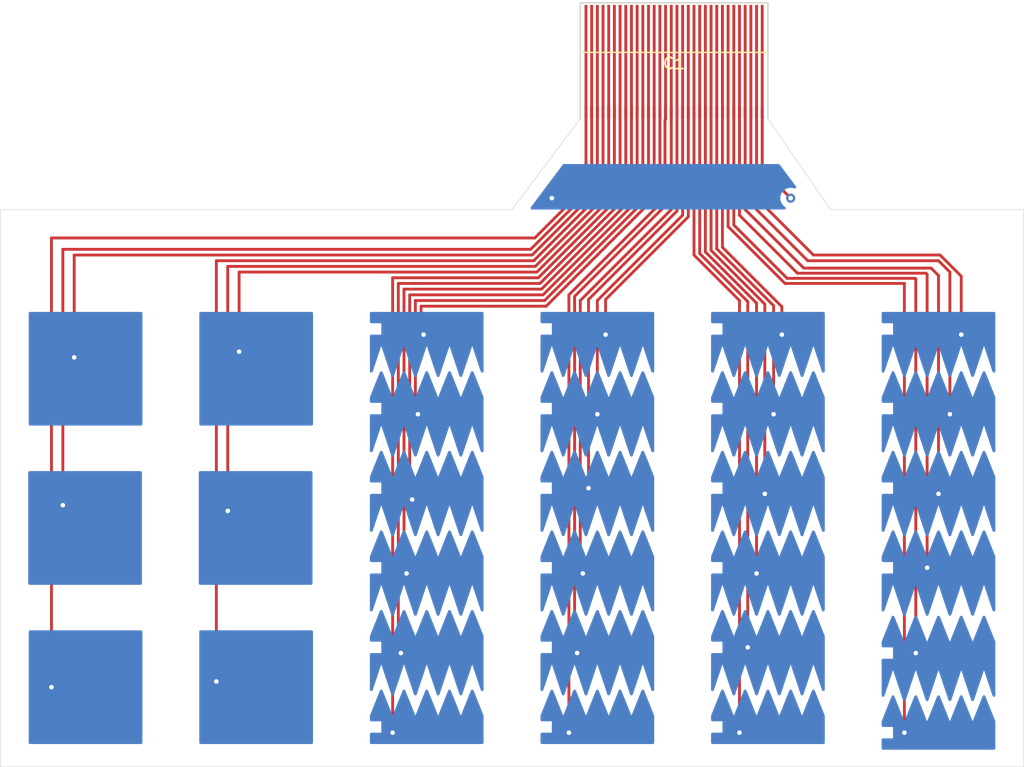
<source format=kicad_pcb>
(kicad_pcb (version 20171130) (host pcbnew "(5.1.8)-1")

  (general
    (thickness 1.6)
    (drawings 7)
    (tracks 167)
    (zones 0)
    (modules 1)
    (nets 33)
  )

  (page A4)
  (layers
    (0 F.Cu signal)
    (31 B.Cu signal)
    (32 B.Adhes user)
    (33 F.Adhes user)
    (34 B.Paste user)
    (35 F.Paste user)
    (36 B.SilkS user)
    (37 F.SilkS user)
    (38 B.Mask user)
    (39 F.Mask user)
    (40 Dwgs.User user)
    (41 Cmts.User user)
    (42 Eco1.User user)
    (43 Eco2.User user)
    (44 Edge.Cuts user)
    (45 Margin user)
    (46 B.CrtYd user)
    (47 F.CrtYd user)
    (48 B.Fab user)
    (49 F.Fab user)
  )

  (setup
    (last_trace_width 0.25)
    (trace_clearance 0.2)
    (zone_clearance 0.508)
    (zone_45_only no)
    (trace_min 0.2)
    (via_size 0.8)
    (via_drill 0.4)
    (via_min_size 0.4)
    (via_min_drill 0.3)
    (uvia_size 0.3)
    (uvia_drill 0.1)
    (uvias_allowed no)
    (uvia_min_size 0.2)
    (uvia_min_drill 0.1)
    (edge_width 0.05)
    (segment_width 0.2)
    (pcb_text_width 0.3)
    (pcb_text_size 1.5 1.5)
    (mod_edge_width 0.12)
    (mod_text_size 1 1)
    (mod_text_width 0.15)
    (pad_size 1.524 1.524)
    (pad_drill 0.762)
    (pad_to_mask_clearance 0)
    (aux_axis_origin 0 0)
    (visible_elements 7FFFFFFF)
    (pcbplotparams
      (layerselection 0x010fc_ffffffff)
      (usegerberextensions false)
      (usegerberattributes true)
      (usegerberadvancedattributes true)
      (creategerberjobfile true)
      (excludeedgelayer true)
      (linewidth 0.100000)
      (plotframeref false)
      (viasonmask false)
      (mode 1)
      (useauxorigin false)
      (hpglpennumber 1)
      (hpglpenspeed 20)
      (hpglpendiameter 15.000000)
      (psnegative false)
      (psa4output false)
      (plotreference true)
      (plotvalue true)
      (plotinvisibletext false)
      (padsonsilk false)
      (subtractmaskfromsilk false)
      (outputformat 1)
      (mirror false)
      (drillshape 1)
      (scaleselection 1)
      (outputdirectory ""))
  )

  (net 0 "")
  (net 1 "Net-(C1-Pad32)")
  (net 2 "Net-(C1-Pad31)")
  (net 3 "Net-(C1-Pad30)")
  (net 4 "Net-(C1-Pad29)")
  (net 5 "Net-(C1-Pad28)")
  (net 6 "Net-(C1-Pad27)")
  (net 7 "Net-(C1-Pad26)")
  (net 8 "Net-(C1-Pad25)")
  (net 9 "Net-(C1-Pad24)")
  (net 10 "Net-(C1-Pad23)")
  (net 11 "Net-(C1-Pad22)")
  (net 12 "Net-(C1-Pad21)")
  (net 13 "Net-(C1-Pad20)")
  (net 14 "Net-(C1-Pad19)")
  (net 15 "Net-(C1-Pad18)")
  (net 16 "Net-(C1-Pad17)")
  (net 17 "Net-(C1-Pad16)")
  (net 18 "Net-(C1-Pad15)")
  (net 19 "Net-(C1-Pad14)")
  (net 20 "Net-(C1-Pad13)")
  (net 21 "Net-(C1-Pad12)")
  (net 22 "Net-(C1-Pad11)")
  (net 23 "Net-(C1-Pad10)")
  (net 24 "Net-(C1-Pad9)")
  (net 25 "Net-(C1-Pad8)")
  (net 26 "Net-(C1-Pad7)")
  (net 27 "Net-(C1-Pad6)")
  (net 28 "Net-(C1-Pad5)")
  (net 29 "Net-(C1-Pad4)")
  (net 30 "Net-(C1-Pad3)")
  (net 31 "Net-(C1-Pad2)")
  (net 32 "Net-(C1-Pad1)")

  (net_class Default "This is the default net class."
    (clearance 0.2)
    (trace_width 0.25)
    (via_dia 0.8)
    (via_drill 0.4)
    (uvia_dia 0.3)
    (uvia_drill 0.1)
    (add_net "Net-(C1-Pad1)")
    (add_net "Net-(C1-Pad10)")
    (add_net "Net-(C1-Pad11)")
    (add_net "Net-(C1-Pad12)")
    (add_net "Net-(C1-Pad13)")
    (add_net "Net-(C1-Pad14)")
    (add_net "Net-(C1-Pad15)")
    (add_net "Net-(C1-Pad16)")
    (add_net "Net-(C1-Pad17)")
    (add_net "Net-(C1-Pad18)")
    (add_net "Net-(C1-Pad19)")
    (add_net "Net-(C1-Pad2)")
    (add_net "Net-(C1-Pad20)")
    (add_net "Net-(C1-Pad21)")
    (add_net "Net-(C1-Pad22)")
    (add_net "Net-(C1-Pad23)")
    (add_net "Net-(C1-Pad24)")
    (add_net "Net-(C1-Pad25)")
    (add_net "Net-(C1-Pad26)")
    (add_net "Net-(C1-Pad27)")
    (add_net "Net-(C1-Pad28)")
    (add_net "Net-(C1-Pad29)")
    (add_net "Net-(C1-Pad3)")
    (add_net "Net-(C1-Pad30)")
    (add_net "Net-(C1-Pad31)")
    (add_net "Net-(C1-Pad32)")
    (add_net "Net-(C1-Pad4)")
    (add_net "Net-(C1-Pad5)")
    (add_net "Net-(C1-Pad6)")
    (add_net "Net-(C1-Pad7)")
    (add_net "Net-(C1-Pad8)")
    (add_net "Net-(C1-Pad9)")
  )

  (module trill-flex:trill_flex_long (layer F.Cu) (tedit 6038018F) (tstamp 62830A0E)
    (at 161.75 105)
    (path /6282AE12)
    (attr smd)
    (fp_text reference C1 (at 0 3.15) (layer F.SilkS)
      (effects (font (size 1 1) (thickness 0.15)))
    )
    (fp_text value trill-flex-conector (at 0 4.3) (layer F.Fab)
      (effects (font (size 1 1) (thickness 0.15)))
    )
    (fp_line (start -8.25 -2.18) (end 8.25 -2.18) (layer F.SilkS) (width 0.12))
    (fp_line (start -8.25 2.18) (end 8.25 2.18) (layer F.SilkS) (width 0.12))
    (fp_line (start -8.25 2.18) (end -8.25 -2.18) (layer F.SilkS) (width 0.12))
    (fp_line (start 8.25 2.18) (end 8.25 -2.18) (layer F.SilkS) (width 0.12))
    (fp_line (start -8.5 -2.4) (end 8.5 -2.4) (layer F.CrtYd) (width 0.05))
    (fp_line (start 8.5 -2.4) (end 8.5 8) (layer F.CrtYd) (width 0.05))
    (fp_line (start -8.5 8) (end 8.5 8) (layer F.CrtYd) (width 0.05))
    (fp_line (start -8.5 -2.4) (end -8.5 8) (layer F.CrtYd) (width 0.05))
    (fp_line (start -8.25 -2.18) (end 8.25 -2.18) (layer Edge.Cuts) (width 0.12))
    (fp_line (start -8.25 8) (end -8.25 -2.18) (layer Edge.Cuts) (width 0.12))
    (fp_line (start 8.25 8) (end 8.25 -2.18) (layer Edge.Cuts) (width 0.12))
    (fp_poly (pts (xy 8.255 3.188) (xy -8.255 3.18) (xy -8.255 -2.18) (xy 8.255 -2.172)) (layer Dwgs.User) (width 0.1))
    (pad "" smd rect (at -7.75 0) (size 0.25 4) (layers F.Paste F.Mask))
    (pad "" smd rect (at 7.75 0) (size 0.25 4) (layers F.Paste F.Mask))
    (pad "" smd rect (at 7.25 0) (size 0.25 4) (layers F.Paste F.Mask))
    (pad "" smd rect (at 6.75 0) (size 0.25 4) (layers F.Paste F.Mask))
    (pad "" smd rect (at 6.25 0) (size 0.25 4) (layers F.Paste F.Mask))
    (pad "" smd rect (at 5.75 0) (size 0.25 4) (layers F.Paste F.Mask))
    (pad "" smd rect (at 5.25 0) (size 0.25 4) (layers F.Paste F.Mask))
    (pad "" smd rect (at 4.75 0) (size 0.25 4) (layers F.Paste F.Mask))
    (pad "" smd rect (at 4.25 0) (size 0.25 4) (layers F.Paste F.Mask))
    (pad "" smd rect (at 3.75 0) (size 0.25 4) (layers F.Paste F.Mask))
    (pad "" smd rect (at 3.25 0) (size 0.25 4) (layers F.Paste F.Mask))
    (pad "" smd rect (at 2.75 0) (size 0.25 4) (layers F.Paste F.Mask))
    (pad "" smd rect (at 2.25 0) (size 0.25 4) (layers F.Paste F.Mask))
    (pad "" smd rect (at 1.75 0) (size 0.25 4) (layers F.Paste F.Mask))
    (pad "" smd rect (at 1.25 0) (size 0.25 4) (layers F.Paste F.Mask))
    (pad "" smd rect (at 0.75 0) (size 0.25 4) (layers F.Paste F.Mask))
    (pad "" smd rect (at 0.25 0) (size 0.25 4) (layers F.Paste F.Mask))
    (pad "" smd rect (at -0.25 0) (size 0.25 4) (layers F.Paste F.Mask))
    (pad "" smd rect (at -0.75 0) (size 0.25 4) (layers F.Paste F.Mask))
    (pad "" smd rect (at -1.25 0) (size 0.25 4) (layers F.Paste F.Mask))
    (pad "" smd rect (at -1.75 0) (size 0.25 4) (layers F.Paste F.Mask))
    (pad "" smd rect (at -2.25 0) (size 0.25 4) (layers F.Paste F.Mask))
    (pad "" smd rect (at -2.75 0) (size 0.25 4) (layers F.Paste F.Mask))
    (pad "" smd rect (at -3.25 0) (size 0.25 4) (layers F.Paste F.Mask))
    (pad "" smd rect (at -3.75 0) (size 0.25 4) (layers F.Paste F.Mask))
    (pad "" smd rect (at -4.25 0) (size 0.25 4) (layers F.Paste F.Mask))
    (pad "" smd rect (at -4.75 0) (size 0.25 4) (layers F.Paste F.Mask))
    (pad "" smd rect (at -5.25 0) (size 0.25 4) (layers F.Paste F.Mask))
    (pad "" smd rect (at -5.75 0) (size 0.25 4) (layers F.Paste F.Mask))
    (pad "" smd rect (at -6.25 0) (size 0.25 4) (layers F.Paste F.Mask))
    (pad "" smd rect (at -6.75 0) (size 0.25 4) (layers F.Paste F.Mask))
    (pad "" smd rect (at -7.25 0) (size 0.25 4) (layers F.Paste F.Mask))
    (pad 32 smd custom (at 7.75 7) (size 0.25 2) (layers F.Cu)
      (net 1 "Net-(C1-Pad32)") (zone_connect 0)
      (options (clearance outline) (anchor rect))
      (primitives
        (gr_poly (pts
           (xy -0.125 -1) (xy -0.125 -9) (xy 0.125 -9) (xy 0.125 -1)) (width 0))
      ))
    (pad 31 smd custom (at 7.25 7) (size 0.25 2) (layers F.Cu)
      (net 2 "Net-(C1-Pad31)") (zone_connect 0)
      (options (clearance outline) (anchor rect))
      (primitives
        (gr_poly (pts
           (xy -0.125 -1) (xy -0.125 -9) (xy 0.125 -9) (xy 0.125 -1)) (width 0))
      ))
    (pad 30 smd custom (at 6.75 7) (size 0.25 2) (layers F.Cu)
      (net 3 "Net-(C1-Pad30)") (zone_connect 0)
      (options (clearance outline) (anchor rect))
      (primitives
        (gr_poly (pts
           (xy -0.125 -1) (xy -0.125 -9) (xy 0.125 -9) (xy 0.125 -1)) (width 0))
      ))
    (pad 29 smd custom (at 6.25 7) (size 0.25 2) (layers F.Cu)
      (net 4 "Net-(C1-Pad29)") (zone_connect 0)
      (options (clearance outline) (anchor rect))
      (primitives
        (gr_poly (pts
           (xy -0.125 -1) (xy -0.125 -9) (xy 0.125 -9) (xy 0.125 -1)) (width 0))
      ))
    (pad 28 smd custom (at 5.75 7) (size 0.25 2) (layers F.Cu)
      (net 5 "Net-(C1-Pad28)") (zone_connect 0)
      (options (clearance outline) (anchor rect))
      (primitives
        (gr_poly (pts
           (xy -0.125 -1) (xy -0.125 -9) (xy 0.125 -9) (xy 0.125 -1)) (width 0))
      ))
    (pad 27 smd custom (at 5.25 7) (size 0.25 2) (layers F.Cu)
      (net 6 "Net-(C1-Pad27)") (zone_connect 0)
      (options (clearance outline) (anchor rect))
      (primitives
        (gr_poly (pts
           (xy -0.125 -1) (xy -0.125 -9) (xy 0.125 -9) (xy 0.125 -1)) (width 0))
      ))
    (pad 26 smd custom (at 4.75 7) (size 0.25 2) (layers F.Cu)
      (net 7 "Net-(C1-Pad26)") (zone_connect 0)
      (options (clearance outline) (anchor rect))
      (primitives
        (gr_poly (pts
           (xy -0.125 -1) (xy -0.125 -9) (xy 0.125 -9) (xy 0.125 -1)) (width 0))
      ))
    (pad 25 smd custom (at 4.25 7) (size 0.25 2) (layers F.Cu)
      (net 8 "Net-(C1-Pad25)") (zone_connect 0)
      (options (clearance outline) (anchor rect))
      (primitives
        (gr_poly (pts
           (xy -0.125 -1) (xy -0.125 -9) (xy 0.125 -9) (xy 0.125 -1)) (width 0))
      ))
    (pad 24 smd custom (at 3.75 7) (size 0.25 2) (layers F.Cu)
      (net 9 "Net-(C1-Pad24)") (zone_connect 0)
      (options (clearance outline) (anchor rect))
      (primitives
        (gr_poly (pts
           (xy -0.125 -1) (xy -0.125 -9) (xy 0.125 -9) (xy 0.125 -1)) (width 0))
      ))
    (pad 23 smd custom (at 3.25 7) (size 0.25 2) (layers F.Cu)
      (net 10 "Net-(C1-Pad23)") (zone_connect 0)
      (options (clearance outline) (anchor rect))
      (primitives
        (gr_poly (pts
           (xy -0.125 -1) (xy -0.125 -9) (xy 0.125 -9) (xy 0.125 -1)) (width 0))
      ))
    (pad 22 smd custom (at 2.75 7) (size 0.25 2) (layers F.Cu)
      (net 11 "Net-(C1-Pad22)") (zone_connect 0)
      (options (clearance outline) (anchor rect))
      (primitives
        (gr_poly (pts
           (xy -0.125 -1) (xy -0.125 -9) (xy 0.125 -9) (xy 0.125 -1)) (width 0))
      ))
    (pad 21 smd custom (at 2.25 7) (size 0.25 2) (layers F.Cu)
      (net 12 "Net-(C1-Pad21)") (zone_connect 0)
      (options (clearance outline) (anchor rect))
      (primitives
        (gr_poly (pts
           (xy -0.125 -1) (xy -0.125 -9) (xy 0.125 -9) (xy 0.125 -1)) (width 0))
      ))
    (pad 20 smd custom (at 1.75 7) (size 0.25 2) (layers F.Cu)
      (net 13 "Net-(C1-Pad20)") (zone_connect 0)
      (options (clearance outline) (anchor rect))
      (primitives
        (gr_poly (pts
           (xy -0.125 -1) (xy -0.125 -9) (xy 0.125 -9) (xy 0.125 -1)) (width 0))
      ))
    (pad 19 smd custom (at 1.25 7) (size 0.25 2) (layers F.Cu)
      (net 14 "Net-(C1-Pad19)") (zone_connect 0)
      (options (clearance outline) (anchor rect))
      (primitives
        (gr_poly (pts
           (xy -0.125 -1) (xy -0.125 -9) (xy 0.125 -9) (xy 0.125 -1)) (width 0))
      ))
    (pad 18 smd custom (at 0.75 7) (size 0.25 2) (layers F.Cu)
      (net 15 "Net-(C1-Pad18)") (zone_connect 0)
      (options (clearance outline) (anchor rect))
      (primitives
        (gr_poly (pts
           (xy -0.125 -1) (xy -0.125 -9) (xy 0.125 -9) (xy 0.125 -1)) (width 0))
      ))
    (pad 17 smd custom (at 0.25 7) (size 0.25 2) (layers F.Cu)
      (net 16 "Net-(C1-Pad17)") (zone_connect 0)
      (options (clearance outline) (anchor rect))
      (primitives
        (gr_poly (pts
           (xy -0.125 -1) (xy -0.125 -9) (xy 0.125 -9) (xy 0.125 -1)) (width 0))
      ))
    (pad 16 smd custom (at -0.25 7) (size 0.25 2) (layers F.Cu)
      (net 17 "Net-(C1-Pad16)") (zone_connect 0)
      (options (clearance outline) (anchor rect))
      (primitives
        (gr_poly (pts
           (xy -0.125 -1) (xy -0.125 -9) (xy 0.125 -9) (xy 0.125 -1)) (width 0))
      ))
    (pad 15 smd custom (at -0.75 7) (size 0.25 2) (layers F.Cu)
      (net 18 "Net-(C1-Pad15)") (zone_connect 0)
      (options (clearance outline) (anchor rect))
      (primitives
        (gr_poly (pts
           (xy -0.125 -1) (xy -0.125 -9) (xy 0.125 -9) (xy 0.125 -1)) (width 0))
      ))
    (pad 14 smd custom (at -1.25 7) (size 0.25 2) (layers F.Cu)
      (net 19 "Net-(C1-Pad14)") (zone_connect 0)
      (options (clearance outline) (anchor rect))
      (primitives
        (gr_poly (pts
           (xy -0.125 -1) (xy -0.125 -9) (xy 0.125 -9) (xy 0.125 -1)) (width 0))
      ))
    (pad 13 smd custom (at -1.75 7) (size 0.25 2) (layers F.Cu)
      (net 20 "Net-(C1-Pad13)") (zone_connect 0)
      (options (clearance outline) (anchor rect))
      (primitives
        (gr_poly (pts
           (xy -0.125 -1) (xy -0.125 -9) (xy 0.125 -9) (xy 0.125 -1)) (width 0))
      ))
    (pad 12 smd custom (at -2.25 7) (size 0.25 2) (layers F.Cu)
      (net 21 "Net-(C1-Pad12)") (zone_connect 0)
      (options (clearance outline) (anchor rect))
      (primitives
        (gr_poly (pts
           (xy -0.125 -1) (xy -0.125 -9) (xy 0.125 -9) (xy 0.125 -1)) (width 0))
      ))
    (pad 11 smd custom (at -2.75 7) (size 0.25 2) (layers F.Cu)
      (net 22 "Net-(C1-Pad11)") (zone_connect 0)
      (options (clearance outline) (anchor rect))
      (primitives
        (gr_poly (pts
           (xy -0.125 -1) (xy -0.125 -9) (xy 0.125 -9) (xy 0.125 -1)) (width 0))
      ))
    (pad 10 smd custom (at -3.25 7) (size 0.25 2) (layers F.Cu)
      (net 23 "Net-(C1-Pad10)") (zone_connect 0)
      (options (clearance outline) (anchor rect))
      (primitives
        (gr_poly (pts
           (xy -0.125 -1) (xy -0.125 -9) (xy 0.125 -9) (xy 0.125 -1)) (width 0))
      ))
    (pad 9 smd custom (at -3.75 7) (size 0.25 2) (layers F.Cu)
      (net 24 "Net-(C1-Pad9)") (zone_connect 0)
      (options (clearance outline) (anchor rect))
      (primitives
        (gr_poly (pts
           (xy -0.125 -1) (xy -0.125 -9) (xy 0.125 -9) (xy 0.125 -1)) (width 0))
      ))
    (pad 8 smd custom (at -4.25 7) (size 0.25 2) (layers F.Cu)
      (net 25 "Net-(C1-Pad8)") (zone_connect 0)
      (options (clearance outline) (anchor rect))
      (primitives
        (gr_poly (pts
           (xy -0.125 -1) (xy -0.125 -9) (xy 0.125 -9) (xy 0.125 -1)) (width 0))
      ))
    (pad 7 smd custom (at -4.75 7) (size 0.25 2) (layers F.Cu)
      (net 26 "Net-(C1-Pad7)") (zone_connect 0)
      (options (clearance outline) (anchor rect))
      (primitives
        (gr_poly (pts
           (xy -0.125 -1) (xy -0.125 -9) (xy 0.125 -9) (xy 0.125 -1)) (width 0))
      ))
    (pad 6 smd custom (at -5.25 7) (size 0.25 2) (layers F.Cu)
      (net 27 "Net-(C1-Pad6)") (zone_connect 0)
      (options (clearance outline) (anchor rect))
      (primitives
        (gr_poly (pts
           (xy -0.125 -1) (xy -0.125 -9) (xy 0.125 -9) (xy 0.125 -1)) (width 0))
      ))
    (pad 5 smd custom (at -5.75 7) (size 0.25 2) (layers F.Cu)
      (net 28 "Net-(C1-Pad5)") (zone_connect 0)
      (options (clearance outline) (anchor rect))
      (primitives
        (gr_poly (pts
           (xy -0.125 -1) (xy -0.125 -9) (xy 0.125 -9) (xy 0.125 -1)) (width 0))
      ))
    (pad 4 smd custom (at -6.25 7) (size 0.25 2) (layers F.Cu)
      (net 29 "Net-(C1-Pad4)") (zone_connect 0)
      (options (clearance outline) (anchor rect))
      (primitives
        (gr_poly (pts
           (xy -0.125 -1) (xy -0.125 -9) (xy 0.125 -9) (xy 0.125 -1)) (width 0))
      ))
    (pad 3 smd custom (at -6.75 7) (size 0.25 2) (layers F.Cu)
      (net 30 "Net-(C1-Pad3)") (zone_connect 0)
      (options (clearance outline) (anchor rect))
      (primitives
        (gr_poly (pts
           (xy -0.125 -1) (xy -0.125 -9) (xy 0.125 -9) (xy 0.125 -1)) (width 0))
      ))
    (pad 2 smd custom (at -7.25 7) (size 0.25 2) (layers F.Cu)
      (net 31 "Net-(C1-Pad2)") (zone_connect 0)
      (options (clearance outline) (anchor rect))
      (primitives
        (gr_poly (pts
           (xy -0.125 -1) (xy -0.125 -9) (xy 0.125 -9) (xy 0.125 -1)) (width 0))
      ))
    (pad 1 smd custom (at -7.75 7) (size 0.25 2) (layers F.Cu)
      (net 32 "Net-(C1-Pad1)") (zone_connect 0)
      (options (clearance outline) (anchor rect))
      (primitives
        (gr_poly (pts
           (xy -0.125 -1) (xy -0.125 -9) (xy 0.125 -9) (xy 0.125 -1)) (width 0))
      ))
  )

  (gr_line (start 102.5 121) (end 102.5 170) (layer Edge.Cuts) (width 0.05) (tstamp 6283FECF))
  (gr_line (start 147.5 121) (end 102.5 121) (layer Edge.Cuts) (width 0.05))
  (gr_line (start 175.5 121) (end 192.5 121) (layer Edge.Cuts) (width 0.05))
  (gr_line (start 147.5 121) (end 153.5 113) (layer Edge.Cuts) (width 0.05) (tstamp 62831CAC))
  (gr_line (start 192.5 170) (end 102.5 170) (layer Edge.Cuts) (width 0.05))
  (gr_line (start 192.5 121) (end 192.5 170) (layer Edge.Cuts) (width 0.05))
  (gr_line (start 170 113) (end 175.5 121) (layer Edge.Cuts) (width 0.05))

  (via (at 172 120) (size 0.8) (drill 0.4) (layers F.Cu B.Cu) (net 1))
  (segment (start 169.5 117.5) (end 172 120) (width 0.25) (layer F.Cu) (net 1))
  (segment (start 169.5 112) (end 169.5 117.5) (width 0.25) (layer F.Cu) (net 1))
  (segment (start 169 112) (end 169 120) (width 0.25) (layer F.Cu) (net 2))
  (segment (start 169 120) (end 174 125) (width 0.25) (layer F.Cu) (net 2))
  (segment (start 185.13641 125) (end 187 126.86359) (width 0.25) (layer F.Cu) (net 2))
  (segment (start 174 125) (end 185.13641 125) (width 0.25) (layer F.Cu) (net 2))
  (via (at 187 132) (size 0.8) (drill 0.4) (layers F.Cu B.Cu) (net 2))
  (segment (start 187 126.86359) (end 187 132) (width 0.25) (layer F.Cu) (net 2))
  (segment (start 168.5 112) (end 168.5 120.5) (width 0.25) (layer F.Cu) (net 3))
  (segment (start 168.5 120.5) (end 173.5 125.5) (width 0.25) (layer F.Cu) (net 3))
  (segment (start 173.5 125.5) (end 185 125.5) (width 0.25) (layer F.Cu) (net 3))
  (segment (start 185 125.5) (end 186 126.5) (width 0.25) (layer F.Cu) (net 3))
  (via (at 186 139) (size 0.8) (drill 0.4) (layers F.Cu B.Cu) (net 3))
  (segment (start 186 126.5) (end 186 139) (width 0.25) (layer F.Cu) (net 3))
  (segment (start 168 112) (end 168 121) (width 0.25) (layer F.Cu) (net 4))
  (segment (start 168 121) (end 173.149971 126.149971) (width 0.25) (layer F.Cu) (net 4))
  (segment (start 173.149971 126.149971) (end 184.350029 126.149971) (width 0.25) (layer F.Cu) (net 4))
  (segment (start 184.350029 126.149971) (end 185 126.799942) (width 0.25) (layer F.Cu) (net 4))
  (via (at 185 146) (size 0.8) (drill 0.4) (layers F.Cu B.Cu) (net 4))
  (segment (start 185 126.799942) (end 185 146) (width 0.25) (layer F.Cu) (net 4))
  (segment (start 167.5 121.5) (end 172.59998 126.59998) (width 0.25) (layer F.Cu) (net 5))
  (segment (start 167.5 112) (end 167.5 121.5) (width 0.25) (layer F.Cu) (net 5))
  (segment (start 172.59998 126.59998) (end 183.90002 126.59998) (width 0.25) (layer F.Cu) (net 5))
  (segment (start 183.90002 126.59998) (end 184 126.69996) (width 0.25) (layer F.Cu) (net 5))
  (via (at 184 152.5) (size 0.8) (drill 0.4) (layers F.Cu B.Cu) (net 5))
  (segment (start 184 126.69996) (end 184 152.5) (width 0.25) (layer F.Cu) (net 5))
  (segment (start 167 122.36359) (end 171.6864 127.04999) (width 0.25) (layer F.Cu) (net 6))
  (segment (start 167 112) (end 167 122.36359) (width 0.25) (layer F.Cu) (net 6))
  (segment (start 171.6864 127.04999) (end 182.95001 127.04999) (width 0.25) (layer F.Cu) (net 6))
  (segment (start 182.95001 127.04999) (end 183 127.09998) (width 0.25) (layer F.Cu) (net 6))
  (via (at 183 160) (size 0.8) (drill 0.4) (layers F.Cu B.Cu) (net 6))
  (segment (start 183 127.09998) (end 183 160) (width 0.25) (layer F.Cu) (net 6))
  (segment (start 166.5 112) (end 166.5 122.5) (width 0.25) (layer F.Cu) (net 7))
  (segment (start 166.5 122.5) (end 169.5 125.5) (width 0.25) (layer F.Cu) (net 7))
  (segment (start 169.5 125.5) (end 171.5 127.5) (width 0.25) (layer F.Cu) (net 7))
  (segment (start 171.5 127.5) (end 182 127.5) (width 0.25) (layer F.Cu) (net 7))
  (segment (start 182 127.5) (end 182 167) (width 0.25) (layer F.Cu) (net 7))
  (via (at 182 167) (size 0.8) (drill 0.4) (layers F.Cu B.Cu) (net 7))
  (via (at 171.225 132) (size 0.8) (drill 0.4) (layers F.Cu B.Cu) (net 8))
  (segment (start 171.225 129.54295) (end 171.225 132) (width 0.25) (layer F.Cu) (net 8))
  (segment (start 166 124.31795) (end 171.225 129.54295) (width 0.25) (layer F.Cu) (net 8))
  (segment (start 166 112) (end 166 124.31795) (width 0.25) (layer F.Cu) (net 8))
  (via (at 170.5 139) (size 0.8) (drill 0.4) (layers F.Cu B.Cu) (net 9))
  (segment (start 165.5 124.45436) (end 170.5 129.45436) (width 0.25) (layer F.Cu) (net 9))
  (segment (start 170.5 129.45436) (end 170.5 139) (width 0.25) (layer F.Cu) (net 9))
  (segment (start 165.5 112) (end 165.5 124.45436) (width 0.25) (layer F.Cu) (net 9))
  (segment (start 165 124.59077) (end 169.725 129.31577) (width 0.25) (layer F.Cu) (net 10))
  (via (at 169.725 146) (size 0.8) (drill 0.4) (layers F.Cu B.Cu) (net 10))
  (segment (start 169.725 129.31577) (end 169.725 146) (width 0.25) (layer F.Cu) (net 10))
  (segment (start 165 112) (end 165 124.59077) (width 0.25) (layer F.Cu) (net 10))
  (via (at 169 153) (size 0.8) (drill 0.4) (layers F.Cu B.Cu) (net 11))
  (segment (start 169 129.22718) (end 169 153) (width 0.25) (layer F.Cu) (net 11))
  (segment (start 164.5 124.72718) (end 169 129.22718) (width 0.25) (layer F.Cu) (net 11))
  (segment (start 164.5 112) (end 164.5 124.72718) (width 0.25) (layer F.Cu) (net 11))
  (segment (start 168.225 129.08859) (end 168.225 159.5) (width 0.25) (layer F.Cu) (net 12))
  (via (at 168.225 159.5) (size 0.8) (drill 0.4) (layers F.Cu B.Cu) (net 12))
  (segment (start 164 124.86359) (end 168.225 129.08859) (width 0.25) (layer F.Cu) (net 12))
  (segment (start 164 112) (end 164 124.86359) (width 0.25) (layer F.Cu) (net 12))
  (segment (start 163.5 112) (end 163.5 125) (width 0.25) (layer F.Cu) (net 13))
  (via (at 167.5 167) (size 0.8) (drill 0.4) (layers F.Cu B.Cu) (net 13))
  (segment (start 167.5 129) (end 167.5 167) (width 0.25) (layer F.Cu) (net 13))
  (segment (start 163.5 125) (end 167.5 129) (width 0.25) (layer F.Cu) (net 13))
  (segment (start 163 112) (end 163 121.63641) (width 0.25) (layer F.Cu) (net 14))
  (via (at 155.725 132) (size 0.8) (drill 0.4) (layers F.Cu B.Cu) (net 14))
  (segment (start 155.725 128.91141) (end 155.725 132) (width 0.25) (layer F.Cu) (net 14))
  (segment (start 163 121.63641) (end 155.725 128.91141) (width 0.25) (layer F.Cu) (net 14))
  (segment (start 162.5 112) (end 162.5 121.5) (width 0.25) (layer F.Cu) (net 15))
  (via (at 155 139) (size 0.8) (drill 0.4) (layers F.Cu B.Cu) (net 15))
  (segment (start 155 129) (end 155 139) (width 0.25) (layer F.Cu) (net 15))
  (segment (start 162.5 121.5) (end 155 129) (width 0.25) (layer F.Cu) (net 15))
  (segment (start 162 112) (end 162 121.13641) (width 0.25) (layer F.Cu) (net 16))
  (via (at 154.225 145.5) (size 0.8) (drill 0.4) (layers F.Cu B.Cu) (net 16))
  (segment (start 154.225 128.91141) (end 154.225 145.5) (width 0.25) (layer F.Cu) (net 16))
  (segment (start 162 121.13641) (end 154.225 128.91141) (width 0.25) (layer F.Cu) (net 16))
  (segment (start 161.5 112) (end 161.5 121) (width 0.25) (layer F.Cu) (net 17))
  (segment (start 161.5 121) (end 153.5 129) (width 0.25) (layer F.Cu) (net 17))
  (via (at 153.725 153) (size 0.8) (drill 0.4) (layers F.Cu B.Cu) (net 17))
  (segment (start 153.5 152.775) (end 153.725 153) (width 0.25) (layer F.Cu) (net 17))
  (segment (start 153.5 129) (end 153.5 152.775) (width 0.25) (layer F.Cu) (net 17))
  (segment (start 160.95001 113.134626) (end 160.950009 120.686401) (width 0.25) (layer F.Cu) (net 18))
  (segment (start 161 113.084636) (end 160.95001 113.134626) (width 0.25) (layer F.Cu) (net 18))
  (segment (start 161 112) (end 161 113.084636) (width 0.25) (layer F.Cu) (net 18))
  (segment (start 160.950009 120.686401) (end 153 128.63641) (width 0.25) (layer F.Cu) (net 18))
  (segment (start 153 128.63641) (end 153 132) (width 0.25) (layer F.Cu) (net 18))
  (via (at 153.225 160) (size 0.8) (drill 0.4) (layers F.Cu B.Cu) (net 18))
  (segment (start 153 159.775) (end 153.225 160) (width 0.25) (layer F.Cu) (net 18))
  (segment (start 153 132) (end 153 159.775) (width 0.25) (layer F.Cu) (net 18))
  (segment (start 153 160) (end 153.225 160) (width 0.25) (layer B.Cu) (net 18))
  (segment (start 160.5 112) (end 160.5 120.5) (width 0.25) (layer F.Cu) (net 19))
  (segment (start 160.5 120.5) (end 152.5 128.5) (width 0.25) (layer F.Cu) (net 19))
  (via (at 152.5 167) (size 0.8) (drill 0.4) (layers F.Cu B.Cu) (net 19))
  (segment (start 152.5 128.5) (end 152.5 167) (width 0.25) (layer F.Cu) (net 19))
  (segment (start 160 120.00051) (end 150.50051 129.5) (width 0.25) (layer F.Cu) (net 20))
  (segment (start 160 112) (end 160 120.00051) (width 0.25) (layer F.Cu) (net 20))
  (segment (start 150.50051 129.5) (end 139.5 129.5) (width 0.25) (layer F.Cu) (net 20))
  (via (at 139.725 132) (size 0.8) (drill 0.4) (layers F.Cu B.Cu) (net 20))
  (segment (start 139.5 131.775) (end 139.725 132) (width 0.25) (layer F.Cu) (net 20))
  (segment (start 139.5 129.5) (end 139.5 131.775) (width 0.25) (layer F.Cu) (net 20))
  (segment (start 159.5 119.8641) (end 150.3641 129) (width 0.25) (layer F.Cu) (net 21))
  (segment (start 159.5 112) (end 159.5 119.8641) (width 0.25) (layer F.Cu) (net 21))
  (segment (start 150.3641 129) (end 139 129) (width 0.25) (layer F.Cu) (net 21))
  (via (at 139.225 139) (size 0.8) (drill 0.4) (layers F.Cu B.Cu) (net 21))
  (segment (start 139 138.775) (end 139.225 139) (width 0.25) (layer F.Cu) (net 21))
  (segment (start 139 129) (end 139 138.775) (width 0.25) (layer F.Cu) (net 21))
  (segment (start 159 119.72769) (end 150.22769 128.5) (width 0.25) (layer F.Cu) (net 22))
  (segment (start 159 112) (end 159 119.72769) (width 0.25) (layer F.Cu) (net 22))
  (segment (start 150.22769 128.5) (end 138.5 128.5) (width 0.25) (layer F.Cu) (net 22))
  (via (at 138.725 146.5) (size 0.8) (drill 0.4) (layers F.Cu B.Cu) (net 22))
  (segment (start 138.5 146.275) (end 138.725 146.5) (width 0.25) (layer F.Cu) (net 22))
  (segment (start 138.5 128.5) (end 138.5 146.275) (width 0.25) (layer F.Cu) (net 22))
  (segment (start 158.5 119.59128) (end 150.09128 128) (width 0.25) (layer F.Cu) (net 23))
  (segment (start 158.5 112) (end 158.5 119.59128) (width 0.25) (layer F.Cu) (net 23))
  (segment (start 150.09128 128) (end 138 128) (width 0.25) (layer F.Cu) (net 23))
  (via (at 138.225 153) (size 0.8) (drill 0.4) (layers F.Cu B.Cu) (net 23))
  (segment (start 138 152.775) (end 138.225 153) (width 0.25) (layer F.Cu) (net 23))
  (segment (start 138 128) (end 138 152.775) (width 0.25) (layer F.Cu) (net 23))
  (segment (start 158 119.45487) (end 149.95487 127.5) (width 0.25) (layer F.Cu) (net 24))
  (segment (start 158 112) (end 158 119.45487) (width 0.25) (layer F.Cu) (net 24))
  (segment (start 149.95487 127.5) (end 139 127.5) (width 0.25) (layer F.Cu) (net 24))
  (segment (start 139 127.5) (end 137.5 127.5) (width 0.25) (layer F.Cu) (net 24))
  (via (at 137.725 160) (size 0.8) (drill 0.4) (layers F.Cu B.Cu) (net 24))
  (segment (start 137.5 159.775) (end 137.725 160) (width 0.25) (layer F.Cu) (net 24))
  (segment (start 137.5 127.5) (end 137.5 159.775) (width 0.25) (layer F.Cu) (net 24))
  (segment (start 157.5 119.31846) (end 149.81846 127) (width 0.25) (layer F.Cu) (net 25))
  (segment (start 157.5 112) (end 157.5 119.31846) (width 0.25) (layer F.Cu) (net 25))
  (segment (start 149.81846 127) (end 137 127) (width 0.25) (layer F.Cu) (net 25))
  (via (at 137 167) (size 0.8) (drill 0.4) (layers F.Cu B.Cu) (net 25))
  (segment (start 137 127) (end 137 167) (width 0.25) (layer F.Cu) (net 25))
  (segment (start 157 112) (end 157 119) (width 0.25) (layer F.Cu) (net 26))
  (segment (start 149.68205 126.5) (end 123.5 126.5) (width 0.25) (layer F.Cu) (net 26))
  (segment (start 123.5 126.5) (end 123.5 133.5) (width 0.25) (layer F.Cu) (net 26))
  (via (at 123.5 133.5) (size 0.8) (drill 0.4) (layers F.Cu B.Cu) (net 26))
  (segment (start 149.68205 126.5) (end 157 119.18205) (width 0.25) (layer F.Cu) (net 26))
  (segment (start 157 119.18205) (end 157 119) (width 0.25) (layer F.Cu) (net 26))
  (segment (start 156.45001 119.09563) (end 149.54564 126) (width 0.25) (layer F.Cu) (net 27))
  (segment (start 156.5 112) (end 156.5 118.5) (width 0.25) (layer F.Cu) (net 27))
  (segment (start 156.5 118.5) (end 156.5 119.04564) (width 0.25) (layer F.Cu) (net 27))
  (segment (start 149.54564 126) (end 122.5 126) (width 0.25) (layer F.Cu) (net 27))
  (segment (start 122.5 126) (end 122.5 147.5) (width 0.25) (layer F.Cu) (net 27))
  (via (at 122.5 147.5) (size 0.8) (drill 0.4) (layers F.Cu B.Cu) (net 27))
  (segment (start 155.950009 118.959221) (end 149.40923 125.5) (width 0.25) (layer F.Cu) (net 28))
  (segment (start 156 112) (end 156 118.5) (width 0.25) (layer F.Cu) (net 28))
  (segment (start 156 118.5) (end 156 118.90923) (width 0.25) (layer F.Cu) (net 28))
  (segment (start 149.40923 125.5) (end 137.86359 125.5) (width 0.25) (layer F.Cu) (net 28))
  (segment (start 137.86359 125.5) (end 121.5 125.5) (width 0.25) (layer F.Cu) (net 28))
  (segment (start 121.5 125.5) (end 121.5 162.5) (width 0.25) (layer F.Cu) (net 28))
  (via (at 121.5 162.5) (size 0.8) (drill 0.4) (layers F.Cu B.Cu) (net 28))
  (segment (start 155.5 112) (end 155.5 118.77282) (width 0.25) (layer F.Cu) (net 29))
  (segment (start 155.5 118.77282) (end 149.27282 125) (width 0.25) (layer F.Cu) (net 29))
  (segment (start 149.27282 125) (end 109 125) (width 0.25) (layer F.Cu) (net 29))
  (via (at 109 134) (size 0.8) (drill 0.4) (layers F.Cu B.Cu) (net 29))
  (segment (start 109 125) (end 109 134) (width 0.25) (layer F.Cu) (net 29))
  (segment (start 155 118.63641) (end 149.13641 124.5) (width 0.25) (layer F.Cu) (net 30))
  (segment (start 155 112) (end 155 118.5) (width 0.25) (layer F.Cu) (net 30))
  (segment (start 155 118.5) (end 155 118.63641) (width 0.25) (layer F.Cu) (net 30))
  (segment (start 149.13641 124.5) (end 108 124.5) (width 0.25) (layer F.Cu) (net 30))
  (segment (start 108 124.5) (end 108 147) (width 0.25) (layer F.Cu) (net 30))
  (via (at 108 147) (size 0.8) (drill 0.4) (layers F.Cu B.Cu) (net 30))
  (segment (start 154.5 112) (end 154.5 118.5) (width 0.25) (layer F.Cu) (net 31))
  (segment (start 154.5 118.5) (end 149.5 123.5) (width 0.25) (layer F.Cu) (net 31))
  (segment (start 149.5 123.5) (end 107 123.5) (width 0.25) (layer F.Cu) (net 31))
  (segment (start 107 123.5) (end 107 163) (width 0.25) (layer F.Cu) (net 31))
  (via (at 107 163) (size 0.8) (drill 0.4) (layers F.Cu B.Cu) (net 31))
  (segment (start 154 112) (end 154 117) (width 0.25) (layer F.Cu) (net 32))
  (via (at 151 120) (size 0.8) (drill 0.4) (layers F.Cu B.Cu) (net 32))
  (segment (start 154 117) (end 151 120) (width 0.25) (layer F.Cu) (net 32))

  (zone (net 2) (net_name "Net-(C1-Pad31)") (layer B.Cu) (tstamp 6283FFA4) (hatch edge 0.508)
    (connect_pads (clearance 0.508))
    (min_thickness 0.254)
    (fill yes (arc_segments 32) (thermal_gap 0.508) (thermal_bridge_width 0.508))
    (polygon
      (pts
        (xy 190 136) (xy 189 133) (xy 188 136) (xy 187 133) (xy 186 136)
        (xy 185 133) (xy 184 136) (xy 183 133) (xy 182 136) (xy 181 133)
        (xy 180 136) (xy 180 132) (xy 181 132) (xy 181 131) (xy 180 131)
        (xy 180 130) (xy 190 130)
      )
    )
    (filled_polygon
      (pts
        (xy 189.873 135.21739) (xy 189.120483 132.959839) (xy 189.110333 132.937106) (xy 189.095943 132.916789) (xy 189.077866 132.899671)
        (xy 189.056796 132.886408) (xy 189.033544 132.87751) (xy 189.009003 132.87332) (xy 188.984116 132.873997) (xy 188.959839 132.879517)
        (xy 188.937106 132.889667) (xy 188.916789 132.904057) (xy 188.899671 132.922134) (xy 188.886408 132.943204) (xy 188.879517 132.959839)
        (xy 188 135.59839) (xy 187.120483 132.959839) (xy 187.110333 132.937106) (xy 187.095943 132.916789) (xy 187.077866 132.899671)
        (xy 187.056796 132.886408) (xy 187.033544 132.87751) (xy 187.009003 132.87332) (xy 186.984116 132.873997) (xy 186.959839 132.879517)
        (xy 186.937106 132.889667) (xy 186.916789 132.904057) (xy 186.899671 132.922134) (xy 186.886408 132.943204) (xy 186.879517 132.959839)
        (xy 186 135.59839) (xy 185.120483 132.959839) (xy 185.110333 132.937106) (xy 185.095943 132.916789) (xy 185.077866 132.899671)
        (xy 185.056796 132.886408) (xy 185.033544 132.87751) (xy 185.009003 132.87332) (xy 184.984116 132.873997) (xy 184.959839 132.879517)
        (xy 184.937106 132.889667) (xy 184.916789 132.904057) (xy 184.899671 132.922134) (xy 184.886408 132.943204) (xy 184.879517 132.959839)
        (xy 184 135.59839) (xy 183.120483 132.959839) (xy 183.110333 132.937106) (xy 183.095943 132.916789) (xy 183.077866 132.899671)
        (xy 183.056796 132.886408) (xy 183.033544 132.87751) (xy 183.009003 132.87332) (xy 182.984116 132.873997) (xy 182.959839 132.879517)
        (xy 182.937106 132.889667) (xy 182.916789 132.904057) (xy 182.899671 132.922134) (xy 182.886408 132.943204) (xy 182.879517 132.959839)
        (xy 182 135.59839) (xy 181.120483 132.959839) (xy 181.110333 132.937106) (xy 181.095943 132.916789) (xy 181.077866 132.899671)
        (xy 181.056796 132.886408) (xy 181.033544 132.87751) (xy 181.009003 132.87332) (xy 180.984116 132.873997) (xy 180.959839 132.879517)
        (xy 180.937106 132.889667) (xy 180.916789 132.904057) (xy 180.899671 132.922134) (xy 180.886408 132.943204) (xy 180.879517 132.959839)
        (xy 180.127 135.21739) (xy 180.127 132.127) (xy 181 132.127) (xy 181.024776 132.12456) (xy 181.048601 132.117333)
        (xy 181.070557 132.105597) (xy 181.089803 132.089803) (xy 181.105597 132.070557) (xy 181.117333 132.048601) (xy 181.12456 132.024776)
        (xy 181.127 132) (xy 181.127 131) (xy 181.12456 130.975224) (xy 181.117333 130.951399) (xy 181.105597 130.929443)
        (xy 181.089803 130.910197) (xy 181.070557 130.894403) (xy 181.048601 130.882667) (xy 181.024776 130.87544) (xy 181 130.873)
        (xy 180.127 130.873) (xy 180.127 130.127) (xy 189.873 130.127)
      )
    )
  )
  (zone (net 3) (net_name "Net-(C1-Pad30)") (layer B.Cu) (tstamp 6283FFA1) (hatch edge 0.508)
    (connect_pads (clearance 0.508))
    (min_thickness 0.254)
    (fill yes (arc_segments 32) (thermal_gap 0.508) (thermal_bridge_width 0.508))
    (polygon
      (pts
        (xy 190 137.5) (xy 190 143) (xy 189 140) (xy 188 143) (xy 187 140)
        (xy 186 143) (xy 185 140) (xy 184 143) (xy 183 140) (xy 182 143)
        (xy 181 140) (xy 180 143) (xy 180 139) (xy 181 139) (xy 181 138)
        (xy 180 138) (xy 180 137.5) (xy 181 135) (xy 182 137.5) (xy 183 135)
        (xy 184 137.5) (xy 185 135) (xy 186 137.5) (xy 187 135) (xy 188 137.5)
        (xy 189 135)
      )
    )
    (filled_polygon
      (pts
        (xy 189.873 137.52446) (xy 189.873 142.21739) (xy 189.120483 139.959839) (xy 189.110333 139.937106) (xy 189.095943 139.916789)
        (xy 189.077866 139.899671) (xy 189.056796 139.886408) (xy 189.033544 139.87751) (xy 189.009003 139.87332) (xy 188.984116 139.873997)
        (xy 188.959839 139.879517) (xy 188.937106 139.889667) (xy 188.916789 139.904057) (xy 188.899671 139.922134) (xy 188.886408 139.943204)
        (xy 188.879517 139.959839) (xy 188 142.59839) (xy 187.120483 139.959839) (xy 187.110333 139.937106) (xy 187.095943 139.916789)
        (xy 187.077866 139.899671) (xy 187.056796 139.886408) (xy 187.033544 139.87751) (xy 187.009003 139.87332) (xy 186.984116 139.873997)
        (xy 186.959839 139.879517) (xy 186.937106 139.889667) (xy 186.916789 139.904057) (xy 186.899671 139.922134) (xy 186.886408 139.943204)
        (xy 186.879517 139.959839) (xy 186 142.59839) (xy 185.120483 139.959839) (xy 185.110333 139.937106) (xy 185.095943 139.916789)
        (xy 185.077866 139.899671) (xy 185.056796 139.886408) (xy 185.033544 139.87751) (xy 185.009003 139.87332) (xy 184.984116 139.873997)
        (xy 184.959839 139.879517) (xy 184.937106 139.889667) (xy 184.916789 139.904057) (xy 184.899671 139.922134) (xy 184.886408 139.943204)
        (xy 184.879517 139.959839) (xy 184 142.59839) (xy 183.120483 139.959839) (xy 183.110333 139.937106) (xy 183.095943 139.916789)
        (xy 183.077866 139.899671) (xy 183.056796 139.886408) (xy 183.033544 139.87751) (xy 183.009003 139.87332) (xy 182.984116 139.873997)
        (xy 182.959839 139.879517) (xy 182.937106 139.889667) (xy 182.916789 139.904057) (xy 182.899671 139.922134) (xy 182.886408 139.943204)
        (xy 182.879517 139.959839) (xy 182 142.59839) (xy 181.120483 139.959839) (xy 181.110333 139.937106) (xy 181.095943 139.916789)
        (xy 181.077866 139.899671) (xy 181.056796 139.886408) (xy 181.033544 139.87751) (xy 181.009003 139.87332) (xy 180.984116 139.873997)
        (xy 180.959839 139.879517) (xy 180.937106 139.889667) (xy 180.916789 139.904057) (xy 180.899671 139.922134) (xy 180.886408 139.943204)
        (xy 180.879517 139.959839) (xy 180.127 142.21739) (xy 180.127 139.127) (xy 181 139.127) (xy 181.024776 139.12456)
        (xy 181.048601 139.117333) (xy 181.070557 139.105597) (xy 181.089803 139.089803) (xy 181.105597 139.070557) (xy 181.117333 139.048601)
        (xy 181.12456 139.024776) (xy 181.127 139) (xy 181.127 138) (xy 181.12456 137.975224) (xy 181.117333 137.951399)
        (xy 181.105597 137.929443) (xy 181.089803 137.910197) (xy 181.070557 137.894403) (xy 181.048601 137.882667) (xy 181.024776 137.87544)
        (xy 181 137.873) (xy 180.127 137.873) (xy 180.127 137.52446) (xy 181 135.34196) (xy 181.882083 137.547167)
        (xy 181.893551 137.569265) (xy 181.909109 137.588701) (xy 181.92816 137.604729) (xy 181.949972 137.616731) (xy 181.973707 137.624248)
        (xy 181.998452 137.626991) (xy 182.023256 137.624853) (xy 182.047167 137.617917) (xy 182.069265 137.606449) (xy 182.088701 137.590891)
        (xy 182.104729 137.57184) (xy 182.117917 137.547167) (xy 183 135.34196) (xy 183.882083 137.547167) (xy 183.893551 137.569265)
        (xy 183.909109 137.588701) (xy 183.92816 137.604729) (xy 183.949972 137.616731) (xy 183.973707 137.624248) (xy 183.998452 137.626991)
        (xy 184.023256 137.624853) (xy 184.047167 137.617917) (xy 184.069265 137.606449) (xy 184.088701 137.590891) (xy 184.104729 137.57184)
        (xy 184.117917 137.547167) (xy 185 135.34196) (xy 185.882083 137.547167) (xy 185.893551 137.569265) (xy 185.909109 137.588701)
        (xy 185.92816 137.604729) (xy 185.949972 137.616731) (xy 185.973707 137.624248) (xy 185.998452 137.626991) (xy 186.023256 137.624853)
        (xy 186.047167 137.617917) (xy 186.069265 137.606449) (xy 186.088701 137.590891) (xy 186.104729 137.57184) (xy 186.117917 137.547167)
        (xy 187 135.34196) (xy 187.882083 137.547167) (xy 187.893551 137.569265) (xy 187.909109 137.588701) (xy 187.92816 137.604729)
        (xy 187.949972 137.616731) (xy 187.973707 137.624248) (xy 187.998452 137.626991) (xy 188.023256 137.624853) (xy 188.047167 137.617917)
        (xy 188.069265 137.606449) (xy 188.088701 137.590891) (xy 188.104729 137.57184) (xy 188.117917 137.547167) (xy 189 135.34196)
      )
    )
  )
  (zone (net 4) (net_name "Net-(C1-Pad29)") (layer B.Cu) (tstamp 6283FF9E) (hatch edge 0.508)
    (connect_pads (clearance 0.508))
    (min_thickness 0.254)
    (fill yes (arc_segments 32) (thermal_gap 0.508) (thermal_bridge_width 0.508))
    (polygon
      (pts
        (xy 190 144.5) (xy 190 150) (xy 189 147) (xy 188 150) (xy 187 147)
        (xy 186 150) (xy 185 147) (xy 184 150) (xy 183 147) (xy 182 150)
        (xy 181 147) (xy 180 150) (xy 180 146) (xy 181 146) (xy 181 145)
        (xy 180 145) (xy 180 144.5) (xy 181 142) (xy 182 144.5) (xy 183 142)
        (xy 184 144.5) (xy 185 142) (xy 186 144.5) (xy 187 142) (xy 188 144.5)
        (xy 189 142)
      )
    )
    (filled_polygon
      (pts
        (xy 189.873 144.52446) (xy 189.873 149.21739) (xy 189.120483 146.959839) (xy 189.110333 146.937106) (xy 189.095943 146.916789)
        (xy 189.077866 146.899671) (xy 189.056796 146.886408) (xy 189.033544 146.87751) (xy 189.009003 146.87332) (xy 188.984116 146.873997)
        (xy 188.959839 146.879517) (xy 188.937106 146.889667) (xy 188.916789 146.904057) (xy 188.899671 146.922134) (xy 188.886408 146.943204)
        (xy 188.879517 146.959839) (xy 188 149.59839) (xy 187.120483 146.959839) (xy 187.110333 146.937106) (xy 187.095943 146.916789)
        (xy 187.077866 146.899671) (xy 187.056796 146.886408) (xy 187.033544 146.87751) (xy 187.009003 146.87332) (xy 186.984116 146.873997)
        (xy 186.959839 146.879517) (xy 186.937106 146.889667) (xy 186.916789 146.904057) (xy 186.899671 146.922134) (xy 186.886408 146.943204)
        (xy 186.879517 146.959839) (xy 186 149.59839) (xy 185.120483 146.959839) (xy 185.110333 146.937106) (xy 185.095943 146.916789)
        (xy 185.077866 146.899671) (xy 185.056796 146.886408) (xy 185.033544 146.87751) (xy 185.009003 146.87332) (xy 184.984116 146.873997)
        (xy 184.959839 146.879517) (xy 184.937106 146.889667) (xy 184.916789 146.904057) (xy 184.899671 146.922134) (xy 184.886408 146.943204)
        (xy 184.879517 146.959839) (xy 184 149.59839) (xy 183.120483 146.959839) (xy 183.110333 146.937106) (xy 183.095943 146.916789)
        (xy 183.077866 146.899671) (xy 183.056796 146.886408) (xy 183.033544 146.87751) (xy 183.009003 146.87332) (xy 182.984116 146.873997)
        (xy 182.959839 146.879517) (xy 182.937106 146.889667) (xy 182.916789 146.904057) (xy 182.899671 146.922134) (xy 182.886408 146.943204)
        (xy 182.879517 146.959839) (xy 182 149.59839) (xy 181.120483 146.959839) (xy 181.110333 146.937106) (xy 181.095943 146.916789)
        (xy 181.077866 146.899671) (xy 181.056796 146.886408) (xy 181.033544 146.87751) (xy 181.009003 146.87332) (xy 180.984116 146.873997)
        (xy 180.959839 146.879517) (xy 180.937106 146.889667) (xy 180.916789 146.904057) (xy 180.899671 146.922134) (xy 180.886408 146.943204)
        (xy 180.879517 146.959839) (xy 180.127 149.21739) (xy 180.127 146.127) (xy 181 146.127) (xy 181.024776 146.12456)
        (xy 181.048601 146.117333) (xy 181.070557 146.105597) (xy 181.089803 146.089803) (xy 181.105597 146.070557) (xy 181.117333 146.048601)
        (xy 181.12456 146.024776) (xy 181.127 146) (xy 181.127 145) (xy 181.12456 144.975224) (xy 181.117333 144.951399)
        (xy 181.105597 144.929443) (xy 181.089803 144.910197) (xy 181.070557 144.894403) (xy 181.048601 144.882667) (xy 181.024776 144.87544)
        (xy 181 144.873) (xy 180.127 144.873) (xy 180.127 144.52446) (xy 181 142.34196) (xy 181.882083 144.547167)
        (xy 181.893551 144.569265) (xy 181.909109 144.588701) (xy 181.92816 144.604729) (xy 181.949972 144.616731) (xy 181.973707 144.624248)
        (xy 181.998452 144.626991) (xy 182.023256 144.624853) (xy 182.047167 144.617917) (xy 182.069265 144.606449) (xy 182.088701 144.590891)
        (xy 182.104729 144.57184) (xy 182.117917 144.547167) (xy 183 142.34196) (xy 183.882083 144.547167) (xy 183.893551 144.569265)
        (xy 183.909109 144.588701) (xy 183.92816 144.604729) (xy 183.949972 144.616731) (xy 183.973707 144.624248) (xy 183.998452 144.626991)
        (xy 184.023256 144.624853) (xy 184.047167 144.617917) (xy 184.069265 144.606449) (xy 184.088701 144.590891) (xy 184.104729 144.57184)
        (xy 184.117917 144.547167) (xy 185 142.34196) (xy 185.882083 144.547167) (xy 185.893551 144.569265) (xy 185.909109 144.588701)
        (xy 185.92816 144.604729) (xy 185.949972 144.616731) (xy 185.973707 144.624248) (xy 185.998452 144.626991) (xy 186.023256 144.624853)
        (xy 186.047167 144.617917) (xy 186.069265 144.606449) (xy 186.088701 144.590891) (xy 186.104729 144.57184) (xy 186.117917 144.547167)
        (xy 187 142.34196) (xy 187.882083 144.547167) (xy 187.893551 144.569265) (xy 187.909109 144.588701) (xy 187.92816 144.604729)
        (xy 187.949972 144.616731) (xy 187.973707 144.624248) (xy 187.998452 144.626991) (xy 188.023256 144.624853) (xy 188.047167 144.617917)
        (xy 188.069265 144.606449) (xy 188.088701 144.590891) (xy 188.104729 144.57184) (xy 188.117917 144.547167) (xy 189 142.34196)
      )
    )
  )
  (zone (net 5) (net_name "Net-(C1-Pad28)") (layer B.Cu) (tstamp 6283FF9B) (hatch edge 0.508)
    (connect_pads yes (clearance 0.508))
    (min_thickness 0.254)
    (fill yes (arc_segments 32) (thermal_gap 0.508) (thermal_bridge_width 0.508))
    (polygon
      (pts
        (xy 190 151.5) (xy 190 157) (xy 189 154) (xy 188 157) (xy 187 154)
        (xy 186 157) (xy 185 154) (xy 184 157) (xy 183 154) (xy 182 157)
        (xy 181 154) (xy 180 157) (xy 180 153) (xy 181 153) (xy 181 152)
        (xy 180 152) (xy 180 151.5) (xy 181 149) (xy 182 151.5) (xy 183 149)
        (xy 184 151.5) (xy 185 149) (xy 186 151.5) (xy 187 149) (xy 188 151.5)
        (xy 189 149)
      )
    )
    (filled_polygon
      (pts
        (xy 189.873 151.52446) (xy 189.873 156.21739) (xy 189.120483 153.959839) (xy 189.110333 153.937106) (xy 189.095943 153.916789)
        (xy 189.077866 153.899671) (xy 189.056796 153.886408) (xy 189.033544 153.87751) (xy 189.009003 153.87332) (xy 188.984116 153.873997)
        (xy 188.959839 153.879517) (xy 188.937106 153.889667) (xy 188.916789 153.904057) (xy 188.899671 153.922134) (xy 188.886408 153.943204)
        (xy 188.879517 153.959839) (xy 188 156.59839) (xy 187.120483 153.959839) (xy 187.110333 153.937106) (xy 187.095943 153.916789)
        (xy 187.077866 153.899671) (xy 187.056796 153.886408) (xy 187.033544 153.87751) (xy 187.009003 153.87332) (xy 186.984116 153.873997)
        (xy 186.959839 153.879517) (xy 186.937106 153.889667) (xy 186.916789 153.904057) (xy 186.899671 153.922134) (xy 186.886408 153.943204)
        (xy 186.879517 153.959839) (xy 186 156.59839) (xy 185.120483 153.959839) (xy 185.110333 153.937106) (xy 185.095943 153.916789)
        (xy 185.077866 153.899671) (xy 185.056796 153.886408) (xy 185.033544 153.87751) (xy 185.009003 153.87332) (xy 184.984116 153.873997)
        (xy 184.959839 153.879517) (xy 184.937106 153.889667) (xy 184.916789 153.904057) (xy 184.899671 153.922134) (xy 184.886408 153.943204)
        (xy 184.879517 153.959839) (xy 184 156.59839) (xy 183.120483 153.959839) (xy 183.110333 153.937106) (xy 183.095943 153.916789)
        (xy 183.077866 153.899671) (xy 183.056796 153.886408) (xy 183.033544 153.87751) (xy 183.009003 153.87332) (xy 182.984116 153.873997)
        (xy 182.959839 153.879517) (xy 182.937106 153.889667) (xy 182.916789 153.904057) (xy 182.899671 153.922134) (xy 182.886408 153.943204)
        (xy 182.879517 153.959839) (xy 182 156.59839) (xy 181.120483 153.959839) (xy 181.110333 153.937106) (xy 181.095943 153.916789)
        (xy 181.077866 153.899671) (xy 181.056796 153.886408) (xy 181.033544 153.87751) (xy 181.009003 153.87332) (xy 180.984116 153.873997)
        (xy 180.959839 153.879517) (xy 180.937106 153.889667) (xy 180.916789 153.904057) (xy 180.899671 153.922134) (xy 180.886408 153.943204)
        (xy 180.879517 153.959839) (xy 180.127 156.21739) (xy 180.127 153.127) (xy 181 153.127) (xy 181.024776 153.12456)
        (xy 181.048601 153.117333) (xy 181.070557 153.105597) (xy 181.089803 153.089803) (xy 181.105597 153.070557) (xy 181.117333 153.048601)
        (xy 181.12456 153.024776) (xy 181.127 153) (xy 181.127 152) (xy 181.12456 151.975224) (xy 181.117333 151.951399)
        (xy 181.105597 151.929443) (xy 181.089803 151.910197) (xy 181.070557 151.894403) (xy 181.048601 151.882667) (xy 181.024776 151.87544)
        (xy 181 151.873) (xy 180.127 151.873) (xy 180.127 151.52446) (xy 181 149.34196) (xy 181.882083 151.547167)
        (xy 181.893551 151.569265) (xy 181.909109 151.588701) (xy 181.92816 151.604729) (xy 181.949972 151.616731) (xy 181.973707 151.624248)
        (xy 181.998452 151.626991) (xy 182.023256 151.624853) (xy 182.047167 151.617917) (xy 182.069265 151.606449) (xy 182.088701 151.590891)
        (xy 182.104729 151.57184) (xy 182.117917 151.547167) (xy 183 149.34196) (xy 183.882083 151.547167) (xy 183.893551 151.569265)
        (xy 183.909109 151.588701) (xy 183.92816 151.604729) (xy 183.949972 151.616731) (xy 183.973707 151.624248) (xy 183.998452 151.626991)
        (xy 184.023256 151.624853) (xy 184.047167 151.617917) (xy 184.069265 151.606449) (xy 184.088701 151.590891) (xy 184.104729 151.57184)
        (xy 184.117917 151.547167) (xy 185 149.34196) (xy 185.882083 151.547167) (xy 185.893551 151.569265) (xy 185.909109 151.588701)
        (xy 185.92816 151.604729) (xy 185.949972 151.616731) (xy 185.973707 151.624248) (xy 185.998452 151.626991) (xy 186.023256 151.624853)
        (xy 186.047167 151.617917) (xy 186.069265 151.606449) (xy 186.088701 151.590891) (xy 186.104729 151.57184) (xy 186.117917 151.547167)
        (xy 187 149.34196) (xy 187.882083 151.547167) (xy 187.893551 151.569265) (xy 187.909109 151.588701) (xy 187.92816 151.604729)
        (xy 187.949972 151.616731) (xy 187.973707 151.624248) (xy 187.998452 151.626991) (xy 188.023256 151.624853) (xy 188.047167 151.617917)
        (xy 188.069265 151.606449) (xy 188.088701 151.590891) (xy 188.104729 151.57184) (xy 188.117917 151.547167) (xy 189 149.34196)
      )
    )
  )
  (zone (net 6) (net_name "Net-(C1-Pad27)") (layer B.Cu) (tstamp 6283FF98) (hatch edge 0.508)
    (connect_pads (clearance 0.508))
    (min_thickness 0.254)
    (fill yes (arc_segments 32) (thermal_gap 0.508) (thermal_bridge_width 0.508))
    (polygon
      (pts
        (xy 190 159) (xy 190 164.5) (xy 189 161.5) (xy 188 164.5) (xy 187 161.5)
        (xy 186 164.5) (xy 185 161.5) (xy 184 164.5) (xy 183 161.5) (xy 182 164.5)
        (xy 181 161.5) (xy 180 164.5) (xy 180 160.5) (xy 181 160.5) (xy 181 159.5)
        (xy 180 159.5) (xy 180 159) (xy 181 156.5) (xy 182 159) (xy 183 156.5)
        (xy 184 159) (xy 185 156.5) (xy 186 159) (xy 187 156.5) (xy 188 159)
        (xy 189 156.5)
      )
    )
    (filled_polygon
      (pts
        (xy 189.873 159.02446) (xy 189.873 163.71739) (xy 189.120483 161.459839) (xy 189.110333 161.437106) (xy 189.095943 161.416789)
        (xy 189.077866 161.399671) (xy 189.056796 161.386408) (xy 189.033544 161.37751) (xy 189.009003 161.37332) (xy 188.984116 161.373997)
        (xy 188.959839 161.379517) (xy 188.937106 161.389667) (xy 188.916789 161.404057) (xy 188.899671 161.422134) (xy 188.886408 161.443204)
        (xy 188.879517 161.459839) (xy 188 164.09839) (xy 187.120483 161.459839) (xy 187.110333 161.437106) (xy 187.095943 161.416789)
        (xy 187.077866 161.399671) (xy 187.056796 161.386408) (xy 187.033544 161.37751) (xy 187.009003 161.37332) (xy 186.984116 161.373997)
        (xy 186.959839 161.379517) (xy 186.937106 161.389667) (xy 186.916789 161.404057) (xy 186.899671 161.422134) (xy 186.886408 161.443204)
        (xy 186.879517 161.459839) (xy 186 164.09839) (xy 185.120483 161.459839) (xy 185.110333 161.437106) (xy 185.095943 161.416789)
        (xy 185.077866 161.399671) (xy 185.056796 161.386408) (xy 185.033544 161.37751) (xy 185.009003 161.37332) (xy 184.984116 161.373997)
        (xy 184.959839 161.379517) (xy 184.937106 161.389667) (xy 184.916789 161.404057) (xy 184.899671 161.422134) (xy 184.886408 161.443204)
        (xy 184.879517 161.459839) (xy 184 164.09839) (xy 183.120483 161.459839) (xy 183.110333 161.437106) (xy 183.095943 161.416789)
        (xy 183.077866 161.399671) (xy 183.056796 161.386408) (xy 183.033544 161.37751) (xy 183.009003 161.37332) (xy 182.984116 161.373997)
        (xy 182.959839 161.379517) (xy 182.937106 161.389667) (xy 182.916789 161.404057) (xy 182.899671 161.422134) (xy 182.886408 161.443204)
        (xy 182.879517 161.459839) (xy 182 164.09839) (xy 181.120483 161.459839) (xy 181.110333 161.437106) (xy 181.095943 161.416789)
        (xy 181.077866 161.399671) (xy 181.056796 161.386408) (xy 181.033544 161.37751) (xy 181.009003 161.37332) (xy 180.984116 161.373997)
        (xy 180.959839 161.379517) (xy 180.937106 161.389667) (xy 180.916789 161.404057) (xy 180.899671 161.422134) (xy 180.886408 161.443204)
        (xy 180.879517 161.459839) (xy 180.127 163.71739) (xy 180.127 160.627) (xy 181 160.627) (xy 181.024776 160.62456)
        (xy 181.048601 160.617333) (xy 181.070557 160.605597) (xy 181.089803 160.589803) (xy 181.105597 160.570557) (xy 181.117333 160.548601)
        (xy 181.12456 160.524776) (xy 181.127 160.5) (xy 181.127 159.5) (xy 181.12456 159.475224) (xy 181.117333 159.451399)
        (xy 181.105597 159.429443) (xy 181.089803 159.410197) (xy 181.070557 159.394403) (xy 181.048601 159.382667) (xy 181.024776 159.37544)
        (xy 181 159.373) (xy 180.127 159.373) (xy 180.127 159.02446) (xy 181 156.84196) (xy 181.882083 159.047167)
        (xy 181.893551 159.069265) (xy 181.909109 159.088701) (xy 181.92816 159.104729) (xy 181.949972 159.116731) (xy 181.973707 159.124248)
        (xy 181.998452 159.126991) (xy 182.023256 159.124853) (xy 182.047167 159.117917) (xy 182.069265 159.106449) (xy 182.088701 159.090891)
        (xy 182.104729 159.07184) (xy 182.117917 159.047167) (xy 183 156.84196) (xy 183.882083 159.047167) (xy 183.893551 159.069265)
        (xy 183.909109 159.088701) (xy 183.92816 159.104729) (xy 183.949972 159.116731) (xy 183.973707 159.124248) (xy 183.998452 159.126991)
        (xy 184.023256 159.124853) (xy 184.047167 159.117917) (xy 184.069265 159.106449) (xy 184.088701 159.090891) (xy 184.104729 159.07184)
        (xy 184.117917 159.047167) (xy 185 156.84196) (xy 185.882083 159.047167) (xy 185.893551 159.069265) (xy 185.909109 159.088701)
        (xy 185.92816 159.104729) (xy 185.949972 159.116731) (xy 185.973707 159.124248) (xy 185.998452 159.126991) (xy 186.023256 159.124853)
        (xy 186.047167 159.117917) (xy 186.069265 159.106449) (xy 186.088701 159.090891) (xy 186.104729 159.07184) (xy 186.117917 159.047167)
        (xy 187 156.84196) (xy 187.882083 159.047167) (xy 187.893551 159.069265) (xy 187.909109 159.088701) (xy 187.92816 159.104729)
        (xy 187.949972 159.116731) (xy 187.973707 159.124248) (xy 187.998452 159.126991) (xy 188.023256 159.124853) (xy 188.047167 159.117917)
        (xy 188.069265 159.106449) (xy 188.088701 159.090891) (xy 188.104729 159.07184) (xy 188.117917 159.047167) (xy 189 156.84196)
      )
    )
  )
  (zone (net 7) (net_name "Net-(C1-Pad26)") (layer B.Cu) (tstamp 6283FF95) (hatch edge 0.508)
    (connect_pads (clearance 0.508))
    (min_thickness 0.254)
    (fill yes (arc_segments 32) (thermal_gap 0.508) (thermal_bridge_width 0.508))
    (polygon
      (pts
        (xy 190 166) (xy 190 168.5) (xy 180 168.5) (xy 180 167.5) (xy 181 167.5)
        (xy 181 166.5) (xy 180 166.5) (xy 180 166) (xy 181 163.5) (xy 182 166)
        (xy 183 163.5) (xy 184 166) (xy 185 163.5) (xy 186 166) (xy 187 163.5)
        (xy 188 166) (xy 189 163.5)
      )
    )
    (filled_polygon
      (pts
        (xy 189.873 166.02446) (xy 189.873 168.373) (xy 180.127 168.373) (xy 180.127 167.627) (xy 181 167.627)
        (xy 181.024776 167.62456) (xy 181.048601 167.617333) (xy 181.070557 167.605597) (xy 181.089803 167.589803) (xy 181.105597 167.570557)
        (xy 181.117333 167.548601) (xy 181.12456 167.524776) (xy 181.127 167.5) (xy 181.127 166.5) (xy 181.12456 166.475224)
        (xy 181.117333 166.451399) (xy 181.105597 166.429443) (xy 181.089803 166.410197) (xy 181.070557 166.394403) (xy 181.048601 166.382667)
        (xy 181.024776 166.37544) (xy 181 166.373) (xy 180.127 166.373) (xy 180.127 166.02446) (xy 181 163.84196)
        (xy 181.882083 166.047167) (xy 181.893551 166.069265) (xy 181.909109 166.088701) (xy 181.92816 166.104729) (xy 181.949972 166.116731)
        (xy 181.973707 166.124248) (xy 181.998452 166.126991) (xy 182.023256 166.124853) (xy 182.047167 166.117917) (xy 182.069265 166.106449)
        (xy 182.088701 166.090891) (xy 182.104729 166.07184) (xy 182.117917 166.047167) (xy 183 163.84196) (xy 183.882083 166.047167)
        (xy 183.893551 166.069265) (xy 183.909109 166.088701) (xy 183.92816 166.104729) (xy 183.949972 166.116731) (xy 183.973707 166.124248)
        (xy 183.998452 166.126991) (xy 184.023256 166.124853) (xy 184.047167 166.117917) (xy 184.069265 166.106449) (xy 184.088701 166.090891)
        (xy 184.104729 166.07184) (xy 184.117917 166.047167) (xy 185 163.84196) (xy 185.882083 166.047167) (xy 185.893551 166.069265)
        (xy 185.909109 166.088701) (xy 185.92816 166.104729) (xy 185.949972 166.116731) (xy 185.973707 166.124248) (xy 185.998452 166.126991)
        (xy 186.023256 166.124853) (xy 186.047167 166.117917) (xy 186.069265 166.106449) (xy 186.088701 166.090891) (xy 186.104729 166.07184)
        (xy 186.117917 166.047167) (xy 187 163.84196) (xy 187.882083 166.047167) (xy 187.893551 166.069265) (xy 187.909109 166.088701)
        (xy 187.92816 166.104729) (xy 187.949972 166.116731) (xy 187.973707 166.124248) (xy 187.998452 166.126991) (xy 188.023256 166.124853)
        (xy 188.047167 166.117917) (xy 188.069265 166.106449) (xy 188.088701 166.090891) (xy 188.104729 166.07184) (xy 188.117917 166.047167)
        (xy 189 163.84196)
      )
    )
  )
  (zone (net 25) (net_name "Net-(C1-Pad8)") (layer B.Cu) (tstamp 6283FF92) (hatch edge 0.508)
    (connect_pads (clearance 0.508))
    (min_thickness 0.254)
    (fill yes (arc_segments 32) (thermal_gap 0.508) (thermal_bridge_width 0.508))
    (polygon
      (pts
        (xy 145 165.5) (xy 145 168) (xy 135 168) (xy 135 167) (xy 136 167)
        (xy 136 166) (xy 135 166) (xy 135 165.5) (xy 136 163) (xy 137 165.5)
        (xy 138 163) (xy 139 165.5) (xy 140 163) (xy 141 165.5) (xy 142 163)
        (xy 143 165.5) (xy 144 163)
      )
    )
    (filled_polygon
      (pts
        (xy 144.873 165.52446) (xy 144.873 167.873) (xy 135.127 167.873) (xy 135.127 167.127) (xy 136 167.127)
        (xy 136.024776 167.12456) (xy 136.048601 167.117333) (xy 136.070557 167.105597) (xy 136.089803 167.089803) (xy 136.105597 167.070557)
        (xy 136.117333 167.048601) (xy 136.12456 167.024776) (xy 136.127 167) (xy 136.127 166) (xy 136.12456 165.975224)
        (xy 136.117333 165.951399) (xy 136.105597 165.929443) (xy 136.089803 165.910197) (xy 136.070557 165.894403) (xy 136.048601 165.882667)
        (xy 136.024776 165.87544) (xy 136 165.873) (xy 135.127 165.873) (xy 135.127 165.52446) (xy 136 163.34196)
        (xy 136.882083 165.547167) (xy 136.893551 165.569265) (xy 136.909109 165.588701) (xy 136.92816 165.604729) (xy 136.949972 165.616731)
        (xy 136.973707 165.624248) (xy 136.998452 165.626991) (xy 137.023256 165.624853) (xy 137.047167 165.617917) (xy 137.069265 165.606449)
        (xy 137.088701 165.590891) (xy 137.104729 165.57184) (xy 137.117917 165.547167) (xy 138 163.34196) (xy 138.882083 165.547167)
        (xy 138.893551 165.569265) (xy 138.909109 165.588701) (xy 138.92816 165.604729) (xy 138.949972 165.616731) (xy 138.973707 165.624248)
        (xy 138.998452 165.626991) (xy 139.023256 165.624853) (xy 139.047167 165.617917) (xy 139.069265 165.606449) (xy 139.088701 165.590891)
        (xy 139.104729 165.57184) (xy 139.117917 165.547167) (xy 140 163.34196) (xy 140.882083 165.547167) (xy 140.893551 165.569265)
        (xy 140.909109 165.588701) (xy 140.92816 165.604729) (xy 140.949972 165.616731) (xy 140.973707 165.624248) (xy 140.998452 165.626991)
        (xy 141.023256 165.624853) (xy 141.047167 165.617917) (xy 141.069265 165.606449) (xy 141.088701 165.590891) (xy 141.104729 165.57184)
        (xy 141.117917 165.547167) (xy 142 163.34196) (xy 142.882083 165.547167) (xy 142.893551 165.569265) (xy 142.909109 165.588701)
        (xy 142.92816 165.604729) (xy 142.949972 165.616731) (xy 142.973707 165.624248) (xy 142.998452 165.626991) (xy 143.023256 165.624853)
        (xy 143.047167 165.617917) (xy 143.069265 165.606449) (xy 143.088701 165.590891) (xy 143.104729 165.57184) (xy 143.117917 165.547167)
        (xy 144 163.34196)
      )
    )
  )
  (zone (net 21) (net_name "Net-(C1-Pad12)") (layer B.Cu) (tstamp 6283FF8F) (hatch edge 0.508)
    (connect_pads (clearance 0.508))
    (min_thickness 0.254)
    (fill yes (arc_segments 32) (thermal_gap 0.508) (thermal_bridge_width 0.508))
    (polygon
      (pts
        (xy 145 137.5) (xy 145 143) (xy 144 140) (xy 143 143) (xy 142 140)
        (xy 141 143) (xy 140 140) (xy 139 143) (xy 138 140) (xy 137 143)
        (xy 136 140) (xy 135 143) (xy 135 139) (xy 136 139) (xy 136 138)
        (xy 135 138) (xy 135 137.5) (xy 136 135) (xy 137 137.5) (xy 138 135)
        (xy 139 137.5) (xy 140 135) (xy 141 137.5) (xy 142 135) (xy 143 137.5)
        (xy 144 135)
      )
    )
    (filled_polygon
      (pts
        (xy 144.873 137.52446) (xy 144.873 142.21739) (xy 144.120483 139.959839) (xy 144.110333 139.937106) (xy 144.095943 139.916789)
        (xy 144.077866 139.899671) (xy 144.056796 139.886408) (xy 144.033544 139.87751) (xy 144.009003 139.87332) (xy 143.984116 139.873997)
        (xy 143.959839 139.879517) (xy 143.937106 139.889667) (xy 143.916789 139.904057) (xy 143.899671 139.922134) (xy 143.886408 139.943204)
        (xy 143.879517 139.959839) (xy 143 142.59839) (xy 142.120483 139.959839) (xy 142.110333 139.937106) (xy 142.095943 139.916789)
        (xy 142.077866 139.899671) (xy 142.056796 139.886408) (xy 142.033544 139.87751) (xy 142.009003 139.87332) (xy 141.984116 139.873997)
        (xy 141.959839 139.879517) (xy 141.937106 139.889667) (xy 141.916789 139.904057) (xy 141.899671 139.922134) (xy 141.886408 139.943204)
        (xy 141.879517 139.959839) (xy 141 142.59839) (xy 140.120483 139.959839) (xy 140.110333 139.937106) (xy 140.095943 139.916789)
        (xy 140.077866 139.899671) (xy 140.056796 139.886408) (xy 140.033544 139.87751) (xy 140.009003 139.87332) (xy 139.984116 139.873997)
        (xy 139.959839 139.879517) (xy 139.937106 139.889667) (xy 139.916789 139.904057) (xy 139.899671 139.922134) (xy 139.886408 139.943204)
        (xy 139.879517 139.959839) (xy 139 142.59839) (xy 138.120483 139.959839) (xy 138.110333 139.937106) (xy 138.095943 139.916789)
        (xy 138.077866 139.899671) (xy 138.056796 139.886408) (xy 138.033544 139.87751) (xy 138.009003 139.87332) (xy 137.984116 139.873997)
        (xy 137.959839 139.879517) (xy 137.937106 139.889667) (xy 137.916789 139.904057) (xy 137.899671 139.922134) (xy 137.886408 139.943204)
        (xy 137.879517 139.959839) (xy 137 142.59839) (xy 136.120483 139.959839) (xy 136.110333 139.937106) (xy 136.095943 139.916789)
        (xy 136.077866 139.899671) (xy 136.056796 139.886408) (xy 136.033544 139.87751) (xy 136.009003 139.87332) (xy 135.984116 139.873997)
        (xy 135.959839 139.879517) (xy 135.937106 139.889667) (xy 135.916789 139.904057) (xy 135.899671 139.922134) (xy 135.886408 139.943204)
        (xy 135.879517 139.959839) (xy 135.127 142.21739) (xy 135.127 139.127) (xy 136 139.127) (xy 136.024776 139.12456)
        (xy 136.048601 139.117333) (xy 136.070557 139.105597) (xy 136.089803 139.089803) (xy 136.105597 139.070557) (xy 136.117333 139.048601)
        (xy 136.12456 139.024776) (xy 136.127 139) (xy 136.127 138) (xy 136.12456 137.975224) (xy 136.117333 137.951399)
        (xy 136.105597 137.929443) (xy 136.089803 137.910197) (xy 136.070557 137.894403) (xy 136.048601 137.882667) (xy 136.024776 137.87544)
        (xy 136 137.873) (xy 135.127 137.873) (xy 135.127 137.52446) (xy 136 135.34196) (xy 136.882083 137.547167)
        (xy 136.893551 137.569265) (xy 136.909109 137.588701) (xy 136.92816 137.604729) (xy 136.949972 137.616731) (xy 136.973707 137.624248)
        (xy 136.998452 137.626991) (xy 137.023256 137.624853) (xy 137.047167 137.617917) (xy 137.069265 137.606449) (xy 137.088701 137.590891)
        (xy 137.104729 137.57184) (xy 137.117917 137.547167) (xy 138 135.34196) (xy 138.882083 137.547167) (xy 138.893551 137.569265)
        (xy 138.909109 137.588701) (xy 138.92816 137.604729) (xy 138.949972 137.616731) (xy 138.973707 137.624248) (xy 138.998452 137.626991)
        (xy 139.023256 137.624853) (xy 139.047167 137.617917) (xy 139.069265 137.606449) (xy 139.088701 137.590891) (xy 139.104729 137.57184)
        (xy 139.117917 137.547167) (xy 140 135.34196) (xy 140.882083 137.547167) (xy 140.893551 137.569265) (xy 140.909109 137.588701)
        (xy 140.92816 137.604729) (xy 140.949972 137.616731) (xy 140.973707 137.624248) (xy 140.998452 137.626991) (xy 141.023256 137.624853)
        (xy 141.047167 137.617917) (xy 141.069265 137.606449) (xy 141.088701 137.590891) (xy 141.104729 137.57184) (xy 141.117917 137.547167)
        (xy 142 135.34196) (xy 142.882083 137.547167) (xy 142.893551 137.569265) (xy 142.909109 137.588701) (xy 142.92816 137.604729)
        (xy 142.949972 137.616731) (xy 142.973707 137.624248) (xy 142.998452 137.626991) (xy 143.023256 137.624853) (xy 143.047167 137.617917)
        (xy 143.069265 137.606449) (xy 143.088701 137.590891) (xy 143.104729 137.57184) (xy 143.117917 137.547167) (xy 144 135.34196)
      )
    )
  )
  (zone (net 22) (net_name "Net-(C1-Pad11)") (layer B.Cu) (tstamp 6283FF8C) (hatch edge 0.508)
    (connect_pads (clearance 0.508))
    (min_thickness 0.254)
    (fill yes (arc_segments 32) (thermal_gap 0.508) (thermal_bridge_width 0.508))
    (polygon
      (pts
        (xy 145 144.5) (xy 145 150) (xy 144 147) (xy 143 150) (xy 142 147)
        (xy 141 150) (xy 140 147) (xy 139 150) (xy 138 147) (xy 137 150)
        (xy 136 147) (xy 135 150) (xy 135 146) (xy 136 146) (xy 136 145)
        (xy 135 145) (xy 135 144.5) (xy 136 142) (xy 137 144.5) (xy 138 142)
        (xy 139 144.5) (xy 140 142) (xy 141 144.5) (xy 142 142) (xy 143 144.5)
        (xy 144 142)
      )
    )
    (filled_polygon
      (pts
        (xy 144.873 144.52446) (xy 144.873 149.21739) (xy 144.120483 146.959839) (xy 144.110333 146.937106) (xy 144.095943 146.916789)
        (xy 144.077866 146.899671) (xy 144.056796 146.886408) (xy 144.033544 146.87751) (xy 144.009003 146.87332) (xy 143.984116 146.873997)
        (xy 143.959839 146.879517) (xy 143.937106 146.889667) (xy 143.916789 146.904057) (xy 143.899671 146.922134) (xy 143.886408 146.943204)
        (xy 143.879517 146.959839) (xy 143 149.59839) (xy 142.120483 146.959839) (xy 142.110333 146.937106) (xy 142.095943 146.916789)
        (xy 142.077866 146.899671) (xy 142.056796 146.886408) (xy 142.033544 146.87751) (xy 142.009003 146.87332) (xy 141.984116 146.873997)
        (xy 141.959839 146.879517) (xy 141.937106 146.889667) (xy 141.916789 146.904057) (xy 141.899671 146.922134) (xy 141.886408 146.943204)
        (xy 141.879517 146.959839) (xy 141 149.59839) (xy 140.120483 146.959839) (xy 140.110333 146.937106) (xy 140.095943 146.916789)
        (xy 140.077866 146.899671) (xy 140.056796 146.886408) (xy 140.033544 146.87751) (xy 140.009003 146.87332) (xy 139.984116 146.873997)
        (xy 139.959839 146.879517) (xy 139.937106 146.889667) (xy 139.916789 146.904057) (xy 139.899671 146.922134) (xy 139.886408 146.943204)
        (xy 139.879517 146.959839) (xy 139 149.59839) (xy 138.120483 146.959839) (xy 138.110333 146.937106) (xy 138.095943 146.916789)
        (xy 138.077866 146.899671) (xy 138.056796 146.886408) (xy 138.033544 146.87751) (xy 138.009003 146.87332) (xy 137.984116 146.873997)
        (xy 137.959839 146.879517) (xy 137.937106 146.889667) (xy 137.916789 146.904057) (xy 137.899671 146.922134) (xy 137.886408 146.943204)
        (xy 137.879517 146.959839) (xy 137 149.59839) (xy 136.120483 146.959839) (xy 136.110333 146.937106) (xy 136.095943 146.916789)
        (xy 136.077866 146.899671) (xy 136.056796 146.886408) (xy 136.033544 146.87751) (xy 136.009003 146.87332) (xy 135.984116 146.873997)
        (xy 135.959839 146.879517) (xy 135.937106 146.889667) (xy 135.916789 146.904057) (xy 135.899671 146.922134) (xy 135.886408 146.943204)
        (xy 135.879517 146.959839) (xy 135.127 149.21739) (xy 135.127 146.127) (xy 136 146.127) (xy 136.024776 146.12456)
        (xy 136.048601 146.117333) (xy 136.070557 146.105597) (xy 136.089803 146.089803) (xy 136.105597 146.070557) (xy 136.117333 146.048601)
        (xy 136.12456 146.024776) (xy 136.127 146) (xy 136.127 145) (xy 136.12456 144.975224) (xy 136.117333 144.951399)
        (xy 136.105597 144.929443) (xy 136.089803 144.910197) (xy 136.070557 144.894403) (xy 136.048601 144.882667) (xy 136.024776 144.87544)
        (xy 136 144.873) (xy 135.127 144.873) (xy 135.127 144.52446) (xy 136 142.34196) (xy 136.882083 144.547167)
        (xy 136.893551 144.569265) (xy 136.909109 144.588701) (xy 136.92816 144.604729) (xy 136.949972 144.616731) (xy 136.973707 144.624248)
        (xy 136.998452 144.626991) (xy 137.023256 144.624853) (xy 137.047167 144.617917) (xy 137.069265 144.606449) (xy 137.088701 144.590891)
        (xy 137.104729 144.57184) (xy 137.117917 144.547167) (xy 138 142.34196) (xy 138.882083 144.547167) (xy 138.893551 144.569265)
        (xy 138.909109 144.588701) (xy 138.92816 144.604729) (xy 138.949972 144.616731) (xy 138.973707 144.624248) (xy 138.998452 144.626991)
        (xy 139.023256 144.624853) (xy 139.047167 144.617917) (xy 139.069265 144.606449) (xy 139.088701 144.590891) (xy 139.104729 144.57184)
        (xy 139.117917 144.547167) (xy 140 142.34196) (xy 140.882083 144.547167) (xy 140.893551 144.569265) (xy 140.909109 144.588701)
        (xy 140.92816 144.604729) (xy 140.949972 144.616731) (xy 140.973707 144.624248) (xy 140.998452 144.626991) (xy 141.023256 144.624853)
        (xy 141.047167 144.617917) (xy 141.069265 144.606449) (xy 141.088701 144.590891) (xy 141.104729 144.57184) (xy 141.117917 144.547167)
        (xy 142 142.34196) (xy 142.882083 144.547167) (xy 142.893551 144.569265) (xy 142.909109 144.588701) (xy 142.92816 144.604729)
        (xy 142.949972 144.616731) (xy 142.973707 144.624248) (xy 142.998452 144.626991) (xy 143.023256 144.624853) (xy 143.047167 144.617917)
        (xy 143.069265 144.606449) (xy 143.088701 144.590891) (xy 143.104729 144.57184) (xy 143.117917 144.547167) (xy 144 142.34196)
      )
    )
  )
  (zone (net 23) (net_name "Net-(C1-Pad10)") (layer B.Cu) (tstamp 6283FF89) (hatch edge 0.508)
    (connect_pads (clearance 0.508))
    (min_thickness 0.254)
    (fill yes (arc_segments 32) (thermal_gap 0.508) (thermal_bridge_width 0.508))
    (polygon
      (pts
        (xy 145 151.5) (xy 145 157) (xy 144 154) (xy 143 157) (xy 142 154)
        (xy 141 157) (xy 140 154) (xy 139 157) (xy 138 154) (xy 137 157)
        (xy 136 154) (xy 135 157) (xy 135 153) (xy 136 153) (xy 136 152)
        (xy 135 152) (xy 135 151.5) (xy 136 149) (xy 137 151.5) (xy 138 149)
        (xy 139 151.5) (xy 140 149) (xy 141 151.5) (xy 142 149) (xy 143 151.5)
        (xy 144 149)
      )
    )
    (filled_polygon
      (pts
        (xy 144.873 151.52446) (xy 144.873 156.21739) (xy 144.120483 153.959839) (xy 144.110333 153.937106) (xy 144.095943 153.916789)
        (xy 144.077866 153.899671) (xy 144.056796 153.886408) (xy 144.033544 153.87751) (xy 144.009003 153.87332) (xy 143.984116 153.873997)
        (xy 143.959839 153.879517) (xy 143.937106 153.889667) (xy 143.916789 153.904057) (xy 143.899671 153.922134) (xy 143.886408 153.943204)
        (xy 143.879517 153.959839) (xy 143 156.59839) (xy 142.120483 153.959839) (xy 142.110333 153.937106) (xy 142.095943 153.916789)
        (xy 142.077866 153.899671) (xy 142.056796 153.886408) (xy 142.033544 153.87751) (xy 142.009003 153.87332) (xy 141.984116 153.873997)
        (xy 141.959839 153.879517) (xy 141.937106 153.889667) (xy 141.916789 153.904057) (xy 141.899671 153.922134) (xy 141.886408 153.943204)
        (xy 141.879517 153.959839) (xy 141 156.59839) (xy 140.120483 153.959839) (xy 140.110333 153.937106) (xy 140.095943 153.916789)
        (xy 140.077866 153.899671) (xy 140.056796 153.886408) (xy 140.033544 153.87751) (xy 140.009003 153.87332) (xy 139.984116 153.873997)
        (xy 139.959839 153.879517) (xy 139.937106 153.889667) (xy 139.916789 153.904057) (xy 139.899671 153.922134) (xy 139.886408 153.943204)
        (xy 139.879517 153.959839) (xy 139 156.59839) (xy 138.120483 153.959839) (xy 138.110333 153.937106) (xy 138.095943 153.916789)
        (xy 138.077866 153.899671) (xy 138.056796 153.886408) (xy 138.033544 153.87751) (xy 138.009003 153.87332) (xy 137.984116 153.873997)
        (xy 137.959839 153.879517) (xy 137.937106 153.889667) (xy 137.916789 153.904057) (xy 137.899671 153.922134) (xy 137.886408 153.943204)
        (xy 137.879517 153.959839) (xy 137 156.59839) (xy 136.120483 153.959839) (xy 136.110333 153.937106) (xy 136.095943 153.916789)
        (xy 136.077866 153.899671) (xy 136.056796 153.886408) (xy 136.033544 153.87751) (xy 136.009003 153.87332) (xy 135.984116 153.873997)
        (xy 135.959839 153.879517) (xy 135.937106 153.889667) (xy 135.916789 153.904057) (xy 135.899671 153.922134) (xy 135.886408 153.943204)
        (xy 135.879517 153.959839) (xy 135.127 156.21739) (xy 135.127 153.127) (xy 136 153.127) (xy 136.024776 153.12456)
        (xy 136.048601 153.117333) (xy 136.070557 153.105597) (xy 136.089803 153.089803) (xy 136.105597 153.070557) (xy 136.117333 153.048601)
        (xy 136.12456 153.024776) (xy 136.127 153) (xy 136.127 152) (xy 136.12456 151.975224) (xy 136.117333 151.951399)
        (xy 136.105597 151.929443) (xy 136.089803 151.910197) (xy 136.070557 151.894403) (xy 136.048601 151.882667) (xy 136.024776 151.87544)
        (xy 136 151.873) (xy 135.127 151.873) (xy 135.127 151.52446) (xy 136 149.34196) (xy 136.882083 151.547167)
        (xy 136.893551 151.569265) (xy 136.909109 151.588701) (xy 136.92816 151.604729) (xy 136.949972 151.616731) (xy 136.973707 151.624248)
        (xy 136.998452 151.626991) (xy 137.023256 151.624853) (xy 137.047167 151.617917) (xy 137.069265 151.606449) (xy 137.088701 151.590891)
        (xy 137.104729 151.57184) (xy 137.117917 151.547167) (xy 138 149.34196) (xy 138.882083 151.547167) (xy 138.893551 151.569265)
        (xy 138.909109 151.588701) (xy 138.92816 151.604729) (xy 138.949972 151.616731) (xy 138.973707 151.624248) (xy 138.998452 151.626991)
        (xy 139.023256 151.624853) (xy 139.047167 151.617917) (xy 139.069265 151.606449) (xy 139.088701 151.590891) (xy 139.104729 151.57184)
        (xy 139.117917 151.547167) (xy 140 149.34196) (xy 140.882083 151.547167) (xy 140.893551 151.569265) (xy 140.909109 151.588701)
        (xy 140.92816 151.604729) (xy 140.949972 151.616731) (xy 140.973707 151.624248) (xy 140.998452 151.626991) (xy 141.023256 151.624853)
        (xy 141.047167 151.617917) (xy 141.069265 151.606449) (xy 141.088701 151.590891) (xy 141.104729 151.57184) (xy 141.117917 151.547167)
        (xy 142 149.34196) (xy 142.882083 151.547167) (xy 142.893551 151.569265) (xy 142.909109 151.588701) (xy 142.92816 151.604729)
        (xy 142.949972 151.616731) (xy 142.973707 151.624248) (xy 142.998452 151.626991) (xy 143.023256 151.624853) (xy 143.047167 151.617917)
        (xy 143.069265 151.606449) (xy 143.088701 151.590891) (xy 143.104729 151.57184) (xy 143.117917 151.547167) (xy 144 149.34196)
      )
    )
  )
  (zone (net 24) (net_name "Net-(C1-Pad9)") (layer B.Cu) (tstamp 6283FF86) (hatch edge 0.508)
    (connect_pads (clearance 0.508))
    (min_thickness 0.254)
    (fill yes (arc_segments 32) (thermal_gap 0.508) (thermal_bridge_width 0.508))
    (polygon
      (pts
        (xy 145 158.5) (xy 145 164) (xy 144 161) (xy 143 164) (xy 142 161)
        (xy 141 164) (xy 140 161) (xy 139 164) (xy 138 161) (xy 137 164)
        (xy 136 161) (xy 135 164) (xy 135 160) (xy 136 160) (xy 136 159)
        (xy 135 159) (xy 135 158.5) (xy 136 156) (xy 137 158.5) (xy 138 156)
        (xy 139 158.5) (xy 140 156) (xy 141 158.5) (xy 142 156) (xy 143 158.5)
        (xy 144 156)
      )
    )
    (filled_polygon
      (pts
        (xy 144.873 158.52446) (xy 144.873 163.21739) (xy 144.120483 160.959839) (xy 144.110333 160.937106) (xy 144.095943 160.916789)
        (xy 144.077866 160.899671) (xy 144.056796 160.886408) (xy 144.033544 160.87751) (xy 144.009003 160.87332) (xy 143.984116 160.873997)
        (xy 143.959839 160.879517) (xy 143.937106 160.889667) (xy 143.916789 160.904057) (xy 143.899671 160.922134) (xy 143.886408 160.943204)
        (xy 143.879517 160.959839) (xy 143 163.59839) (xy 142.120483 160.959839) (xy 142.110333 160.937106) (xy 142.095943 160.916789)
        (xy 142.077866 160.899671) (xy 142.056796 160.886408) (xy 142.033544 160.87751) (xy 142.009003 160.87332) (xy 141.984116 160.873997)
        (xy 141.959839 160.879517) (xy 141.937106 160.889667) (xy 141.916789 160.904057) (xy 141.899671 160.922134) (xy 141.886408 160.943204)
        (xy 141.879517 160.959839) (xy 141 163.59839) (xy 140.120483 160.959839) (xy 140.110333 160.937106) (xy 140.095943 160.916789)
        (xy 140.077866 160.899671) (xy 140.056796 160.886408) (xy 140.033544 160.87751) (xy 140.009003 160.87332) (xy 139.984116 160.873997)
        (xy 139.959839 160.879517) (xy 139.937106 160.889667) (xy 139.916789 160.904057) (xy 139.899671 160.922134) (xy 139.886408 160.943204)
        (xy 139.879517 160.959839) (xy 139 163.59839) (xy 138.120483 160.959839) (xy 138.110333 160.937106) (xy 138.095943 160.916789)
        (xy 138.077866 160.899671) (xy 138.056796 160.886408) (xy 138.033544 160.87751) (xy 138.009003 160.87332) (xy 137.984116 160.873997)
        (xy 137.959839 160.879517) (xy 137.937106 160.889667) (xy 137.916789 160.904057) (xy 137.899671 160.922134) (xy 137.886408 160.943204)
        (xy 137.879517 160.959839) (xy 137 163.59839) (xy 136.120483 160.959839) (xy 136.110333 160.937106) (xy 136.095943 160.916789)
        (xy 136.077866 160.899671) (xy 136.056796 160.886408) (xy 136.033544 160.87751) (xy 136.009003 160.87332) (xy 135.984116 160.873997)
        (xy 135.959839 160.879517) (xy 135.937106 160.889667) (xy 135.916789 160.904057) (xy 135.899671 160.922134) (xy 135.886408 160.943204)
        (xy 135.879517 160.959839) (xy 135.127 163.21739) (xy 135.127 160.127) (xy 136 160.127) (xy 136.024776 160.12456)
        (xy 136.048601 160.117333) (xy 136.070557 160.105597) (xy 136.089803 160.089803) (xy 136.105597 160.070557) (xy 136.117333 160.048601)
        (xy 136.12456 160.024776) (xy 136.127 160) (xy 136.127 159) (xy 136.12456 158.975224) (xy 136.117333 158.951399)
        (xy 136.105597 158.929443) (xy 136.089803 158.910197) (xy 136.070557 158.894403) (xy 136.048601 158.882667) (xy 136.024776 158.87544)
        (xy 136 158.873) (xy 135.127 158.873) (xy 135.127 158.52446) (xy 136 156.34196) (xy 136.882083 158.547167)
        (xy 136.893551 158.569265) (xy 136.909109 158.588701) (xy 136.92816 158.604729) (xy 136.949972 158.616731) (xy 136.973707 158.624248)
        (xy 136.998452 158.626991) (xy 137.023256 158.624853) (xy 137.047167 158.617917) (xy 137.069265 158.606449) (xy 137.088701 158.590891)
        (xy 137.104729 158.57184) (xy 137.117917 158.547167) (xy 138 156.34196) (xy 138.882083 158.547167) (xy 138.893551 158.569265)
        (xy 138.909109 158.588701) (xy 138.92816 158.604729) (xy 138.949972 158.616731) (xy 138.973707 158.624248) (xy 138.998452 158.626991)
        (xy 139.023256 158.624853) (xy 139.047167 158.617917) (xy 139.069265 158.606449) (xy 139.088701 158.590891) (xy 139.104729 158.57184)
        (xy 139.117917 158.547167) (xy 140 156.34196) (xy 140.882083 158.547167) (xy 140.893551 158.569265) (xy 140.909109 158.588701)
        (xy 140.92816 158.604729) (xy 140.949972 158.616731) (xy 140.973707 158.624248) (xy 140.998452 158.626991) (xy 141.023256 158.624853)
        (xy 141.047167 158.617917) (xy 141.069265 158.606449) (xy 141.088701 158.590891) (xy 141.104729 158.57184) (xy 141.117917 158.547167)
        (xy 142 156.34196) (xy 142.882083 158.547167) (xy 142.893551 158.569265) (xy 142.909109 158.588701) (xy 142.92816 158.604729)
        (xy 142.949972 158.616731) (xy 142.973707 158.624248) (xy 142.998452 158.626991) (xy 143.023256 158.624853) (xy 143.047167 158.617917)
        (xy 143.069265 158.606449) (xy 143.088701 158.590891) (xy 143.104729 158.57184) (xy 143.117917 158.547167) (xy 144 156.34196)
      )
    )
  )
  (zone (net 20) (net_name "Net-(C1-Pad13)") (layer B.Cu) (tstamp 6283FF83) (hatch edge 0.508)
    (connect_pads (clearance 0.508))
    (min_thickness 0.254)
    (fill yes (arc_segments 32) (thermal_gap 0.508) (thermal_bridge_width 0.508))
    (polygon
      (pts
        (xy 145 136) (xy 144 133) (xy 143 136) (xy 142 133) (xy 141 136)
        (xy 140 133) (xy 139 136) (xy 138 133) (xy 137 136) (xy 136 133)
        (xy 135 136) (xy 135 132) (xy 136 132) (xy 136 131) (xy 135 131)
        (xy 135 130) (xy 145 130)
      )
    )
    (filled_polygon
      (pts
        (xy 144.873 135.21739) (xy 144.120483 132.959839) (xy 144.110333 132.937106) (xy 144.095943 132.916789) (xy 144.077866 132.899671)
        (xy 144.056796 132.886408) (xy 144.033544 132.87751) (xy 144.009003 132.87332) (xy 143.984116 132.873997) (xy 143.959839 132.879517)
        (xy 143.937106 132.889667) (xy 143.916789 132.904057) (xy 143.899671 132.922134) (xy 143.886408 132.943204) (xy 143.879517 132.959839)
        (xy 143 135.59839) (xy 142.120483 132.959839) (xy 142.110333 132.937106) (xy 142.095943 132.916789) (xy 142.077866 132.899671)
        (xy 142.056796 132.886408) (xy 142.033544 132.87751) (xy 142.009003 132.87332) (xy 141.984116 132.873997) (xy 141.959839 132.879517)
        (xy 141.937106 132.889667) (xy 141.916789 132.904057) (xy 141.899671 132.922134) (xy 141.886408 132.943204) (xy 141.879517 132.959839)
        (xy 141 135.59839) (xy 140.120483 132.959839) (xy 140.110333 132.937106) (xy 140.095943 132.916789) (xy 140.077866 132.899671)
        (xy 140.056796 132.886408) (xy 140.033544 132.87751) (xy 140.009003 132.87332) (xy 139.984116 132.873997) (xy 139.959839 132.879517)
        (xy 139.937106 132.889667) (xy 139.916789 132.904057) (xy 139.899671 132.922134) (xy 139.886408 132.943204) (xy 139.879517 132.959839)
        (xy 139 135.59839) (xy 138.120483 132.959839) (xy 138.110333 132.937106) (xy 138.095943 132.916789) (xy 138.077866 132.899671)
        (xy 138.056796 132.886408) (xy 138.033544 132.87751) (xy 138.009003 132.87332) (xy 137.984116 132.873997) (xy 137.959839 132.879517)
        (xy 137.937106 132.889667) (xy 137.916789 132.904057) (xy 137.899671 132.922134) (xy 137.886408 132.943204) (xy 137.879517 132.959839)
        (xy 137 135.59839) (xy 136.120483 132.959839) (xy 136.110333 132.937106) (xy 136.095943 132.916789) (xy 136.077866 132.899671)
        (xy 136.056796 132.886408) (xy 136.033544 132.87751) (xy 136.009003 132.87332) (xy 135.984116 132.873997) (xy 135.959839 132.879517)
        (xy 135.937106 132.889667) (xy 135.916789 132.904057) (xy 135.899671 132.922134) (xy 135.886408 132.943204) (xy 135.879517 132.959839)
        (xy 135.127 135.21739) (xy 135.127 132.127) (xy 136 132.127) (xy 136.024776 132.12456) (xy 136.048601 132.117333)
        (xy 136.070557 132.105597) (xy 136.089803 132.089803) (xy 136.105597 132.070557) (xy 136.117333 132.048601) (xy 136.12456 132.024776)
        (xy 136.127 132) (xy 136.127 131) (xy 136.12456 130.975224) (xy 136.117333 130.951399) (xy 136.105597 130.929443)
        (xy 136.089803 130.910197) (xy 136.070557 130.894403) (xy 136.048601 130.882667) (xy 136.024776 130.87544) (xy 136 130.873)
        (xy 135.127 130.873) (xy 135.127 130.127) (xy 144.873 130.127)
      )
    )
  )
  (zone (net 12) (net_name "Net-(C1-Pad21)") (layer B.Cu) (tstamp 6283FF80) (hatch edge 0.508)
    (connect_pads (clearance 0.508))
    (min_thickness 0.254)
    (fill yes (arc_segments 32) (thermal_gap 0.508) (thermal_bridge_width 0.508))
    (polygon
      (pts
        (xy 175 158.5) (xy 175 164) (xy 174 161) (xy 173 164) (xy 172 161)
        (xy 171 164) (xy 170 161) (xy 169 164) (xy 168 161) (xy 167 164)
        (xy 166 161) (xy 165 164) (xy 165 160) (xy 166 160) (xy 166 159)
        (xy 165 159) (xy 165 158.5) (xy 166 156) (xy 167 158.5) (xy 168 156)
        (xy 169 158.5) (xy 170 156) (xy 171 158.5) (xy 172 156) (xy 173 158.5)
        (xy 174 156)
      )
    )
    (filled_polygon
      (pts
        (xy 174.873 158.52446) (xy 174.873 163.21739) (xy 174.120483 160.959839) (xy 174.110333 160.937106) (xy 174.095943 160.916789)
        (xy 174.077866 160.899671) (xy 174.056796 160.886408) (xy 174.033544 160.87751) (xy 174.009003 160.87332) (xy 173.984116 160.873997)
        (xy 173.959839 160.879517) (xy 173.937106 160.889667) (xy 173.916789 160.904057) (xy 173.899671 160.922134) (xy 173.886408 160.943204)
        (xy 173.879517 160.959839) (xy 173 163.59839) (xy 172.120483 160.959839) (xy 172.110333 160.937106) (xy 172.095943 160.916789)
        (xy 172.077866 160.899671) (xy 172.056796 160.886408) (xy 172.033544 160.87751) (xy 172.009003 160.87332) (xy 171.984116 160.873997)
        (xy 171.959839 160.879517) (xy 171.937106 160.889667) (xy 171.916789 160.904057) (xy 171.899671 160.922134) (xy 171.886408 160.943204)
        (xy 171.879517 160.959839) (xy 171 163.59839) (xy 170.120483 160.959839) (xy 170.110333 160.937106) (xy 170.095943 160.916789)
        (xy 170.077866 160.899671) (xy 170.056796 160.886408) (xy 170.033544 160.87751) (xy 170.009003 160.87332) (xy 169.984116 160.873997)
        (xy 169.959839 160.879517) (xy 169.937106 160.889667) (xy 169.916789 160.904057) (xy 169.899671 160.922134) (xy 169.886408 160.943204)
        (xy 169.879517 160.959839) (xy 169 163.59839) (xy 168.120483 160.959839) (xy 168.110333 160.937106) (xy 168.095943 160.916789)
        (xy 168.077866 160.899671) (xy 168.056796 160.886408) (xy 168.033544 160.87751) (xy 168.009003 160.87332) (xy 167.984116 160.873997)
        (xy 167.959839 160.879517) (xy 167.937106 160.889667) (xy 167.916789 160.904057) (xy 167.899671 160.922134) (xy 167.886408 160.943204)
        (xy 167.879517 160.959839) (xy 167 163.59839) (xy 166.120483 160.959839) (xy 166.110333 160.937106) (xy 166.095943 160.916789)
        (xy 166.077866 160.899671) (xy 166.056796 160.886408) (xy 166.033544 160.87751) (xy 166.009003 160.87332) (xy 165.984116 160.873997)
        (xy 165.959839 160.879517) (xy 165.937106 160.889667) (xy 165.916789 160.904057) (xy 165.899671 160.922134) (xy 165.886408 160.943204)
        (xy 165.879517 160.959839) (xy 165.127 163.21739) (xy 165.127 160.127) (xy 166 160.127) (xy 166.024776 160.12456)
        (xy 166.048601 160.117333) (xy 166.070557 160.105597) (xy 166.089803 160.089803) (xy 166.105597 160.070557) (xy 166.117333 160.048601)
        (xy 166.12456 160.024776) (xy 166.127 160) (xy 166.127 159) (xy 166.12456 158.975224) (xy 166.117333 158.951399)
        (xy 166.105597 158.929443) (xy 166.089803 158.910197) (xy 166.070557 158.894403) (xy 166.048601 158.882667) (xy 166.024776 158.87544)
        (xy 166 158.873) (xy 165.127 158.873) (xy 165.127 158.52446) (xy 166 156.34196) (xy 166.882083 158.547167)
        (xy 166.893551 158.569265) (xy 166.909109 158.588701) (xy 166.92816 158.604729) (xy 166.949972 158.616731) (xy 166.973707 158.624248)
        (xy 166.998452 158.626991) (xy 167.023256 158.624853) (xy 167.047167 158.617917) (xy 167.069265 158.606449) (xy 167.088701 158.590891)
        (xy 167.104729 158.57184) (xy 167.117917 158.547167) (xy 168 156.34196) (xy 168.882083 158.547167) (xy 168.893551 158.569265)
        (xy 168.909109 158.588701) (xy 168.92816 158.604729) (xy 168.949972 158.616731) (xy 168.973707 158.624248) (xy 168.998452 158.626991)
        (xy 169.023256 158.624853) (xy 169.047167 158.617917) (xy 169.069265 158.606449) (xy 169.088701 158.590891) (xy 169.104729 158.57184)
        (xy 169.117917 158.547167) (xy 170 156.34196) (xy 170.882083 158.547167) (xy 170.893551 158.569265) (xy 170.909109 158.588701)
        (xy 170.92816 158.604729) (xy 170.949972 158.616731) (xy 170.973707 158.624248) (xy 170.998452 158.626991) (xy 171.023256 158.624853)
        (xy 171.047167 158.617917) (xy 171.069265 158.606449) (xy 171.088701 158.590891) (xy 171.104729 158.57184) (xy 171.117917 158.547167)
        (xy 172 156.34196) (xy 172.882083 158.547167) (xy 172.893551 158.569265) (xy 172.909109 158.588701) (xy 172.92816 158.604729)
        (xy 172.949972 158.616731) (xy 172.973707 158.624248) (xy 172.998452 158.626991) (xy 173.023256 158.624853) (xy 173.047167 158.617917)
        (xy 173.069265 158.606449) (xy 173.088701 158.590891) (xy 173.104729 158.57184) (xy 173.117917 158.547167) (xy 174 156.34196)
      )
    )
  )
  (zone (net 11) (net_name "Net-(C1-Pad22)") (layer B.Cu) (tstamp 6283FF7D) (hatch edge 0.508)
    (connect_pads (clearance 0.508))
    (min_thickness 0.254)
    (fill yes (arc_segments 32) (thermal_gap 0.508) (thermal_bridge_width 0.508))
    (polygon
      (pts
        (xy 175 151.5) (xy 175 157) (xy 174 154) (xy 173 157) (xy 172 154)
        (xy 171 157) (xy 170 154) (xy 169 157) (xy 168 154) (xy 167 157)
        (xy 166 154) (xy 165 157) (xy 165 153) (xy 166 153) (xy 166 152)
        (xy 165 152) (xy 165 151.5) (xy 166 149) (xy 167 151.5) (xy 168 149)
        (xy 169 151.5) (xy 170 149) (xy 171 151.5) (xy 172 149) (xy 173 151.5)
        (xy 174 149)
      )
    )
    (filled_polygon
      (pts
        (xy 174.873 151.52446) (xy 174.873 156.21739) (xy 174.120483 153.959839) (xy 174.110333 153.937106) (xy 174.095943 153.916789)
        (xy 174.077866 153.899671) (xy 174.056796 153.886408) (xy 174.033544 153.87751) (xy 174.009003 153.87332) (xy 173.984116 153.873997)
        (xy 173.959839 153.879517) (xy 173.937106 153.889667) (xy 173.916789 153.904057) (xy 173.899671 153.922134) (xy 173.886408 153.943204)
        (xy 173.879517 153.959839) (xy 173 156.59839) (xy 172.120483 153.959839) (xy 172.110333 153.937106) (xy 172.095943 153.916789)
        (xy 172.077866 153.899671) (xy 172.056796 153.886408) (xy 172.033544 153.87751) (xy 172.009003 153.87332) (xy 171.984116 153.873997)
        (xy 171.959839 153.879517) (xy 171.937106 153.889667) (xy 171.916789 153.904057) (xy 171.899671 153.922134) (xy 171.886408 153.943204)
        (xy 171.879517 153.959839) (xy 171 156.59839) (xy 170.120483 153.959839) (xy 170.110333 153.937106) (xy 170.095943 153.916789)
        (xy 170.077866 153.899671) (xy 170.056796 153.886408) (xy 170.033544 153.87751) (xy 170.009003 153.87332) (xy 169.984116 153.873997)
        (xy 169.959839 153.879517) (xy 169.937106 153.889667) (xy 169.916789 153.904057) (xy 169.899671 153.922134) (xy 169.886408 153.943204)
        (xy 169.879517 153.959839) (xy 169 156.59839) (xy 168.120483 153.959839) (xy 168.110333 153.937106) (xy 168.095943 153.916789)
        (xy 168.077866 153.899671) (xy 168.056796 153.886408) (xy 168.033544 153.87751) (xy 168.009003 153.87332) (xy 167.984116 153.873997)
        (xy 167.959839 153.879517) (xy 167.937106 153.889667) (xy 167.916789 153.904057) (xy 167.899671 153.922134) (xy 167.886408 153.943204)
        (xy 167.879517 153.959839) (xy 167 156.59839) (xy 166.120483 153.959839) (xy 166.110333 153.937106) (xy 166.095943 153.916789)
        (xy 166.077866 153.899671) (xy 166.056796 153.886408) (xy 166.033544 153.87751) (xy 166.009003 153.87332) (xy 165.984116 153.873997)
        (xy 165.959839 153.879517) (xy 165.937106 153.889667) (xy 165.916789 153.904057) (xy 165.899671 153.922134) (xy 165.886408 153.943204)
        (xy 165.879517 153.959839) (xy 165.127 156.21739) (xy 165.127 153.127) (xy 166 153.127) (xy 166.024776 153.12456)
        (xy 166.048601 153.117333) (xy 166.070557 153.105597) (xy 166.089803 153.089803) (xy 166.105597 153.070557) (xy 166.117333 153.048601)
        (xy 166.12456 153.024776) (xy 166.127 153) (xy 166.127 152) (xy 166.12456 151.975224) (xy 166.117333 151.951399)
        (xy 166.105597 151.929443) (xy 166.089803 151.910197) (xy 166.070557 151.894403) (xy 166.048601 151.882667) (xy 166.024776 151.87544)
        (xy 166 151.873) (xy 165.127 151.873) (xy 165.127 151.52446) (xy 166 149.34196) (xy 166.882083 151.547167)
        (xy 166.893551 151.569265) (xy 166.909109 151.588701) (xy 166.92816 151.604729) (xy 166.949972 151.616731) (xy 166.973707 151.624248)
        (xy 166.998452 151.626991) (xy 167.023256 151.624853) (xy 167.047167 151.617917) (xy 167.069265 151.606449) (xy 167.088701 151.590891)
        (xy 167.104729 151.57184) (xy 167.117917 151.547167) (xy 168 149.34196) (xy 168.882083 151.547167) (xy 168.893551 151.569265)
        (xy 168.909109 151.588701) (xy 168.92816 151.604729) (xy 168.949972 151.616731) (xy 168.973707 151.624248) (xy 168.998452 151.626991)
        (xy 169.023256 151.624853) (xy 169.047167 151.617917) (xy 169.069265 151.606449) (xy 169.088701 151.590891) (xy 169.104729 151.57184)
        (xy 169.117917 151.547167) (xy 170 149.34196) (xy 170.882083 151.547167) (xy 170.893551 151.569265) (xy 170.909109 151.588701)
        (xy 170.92816 151.604729) (xy 170.949972 151.616731) (xy 170.973707 151.624248) (xy 170.998452 151.626991) (xy 171.023256 151.624853)
        (xy 171.047167 151.617917) (xy 171.069265 151.606449) (xy 171.088701 151.590891) (xy 171.104729 151.57184) (xy 171.117917 151.547167)
        (xy 172 149.34196) (xy 172.882083 151.547167) (xy 172.893551 151.569265) (xy 172.909109 151.588701) (xy 172.92816 151.604729)
        (xy 172.949972 151.616731) (xy 172.973707 151.624248) (xy 172.998452 151.626991) (xy 173.023256 151.624853) (xy 173.047167 151.617917)
        (xy 173.069265 151.606449) (xy 173.088701 151.590891) (xy 173.104729 151.57184) (xy 173.117917 151.547167) (xy 174 149.34196)
      )
    )
  )
  (zone (net 8) (net_name "Net-(C1-Pad25)") (layer B.Cu) (tstamp 6283FF7A) (hatch edge 0.508)
    (connect_pads (clearance 0.508))
    (min_thickness 0.254)
    (fill yes (arc_segments 32) (thermal_gap 0.508) (thermal_bridge_width 0.508))
    (polygon
      (pts
        (xy 175 136) (xy 174 133) (xy 173 136) (xy 172 133) (xy 171 136)
        (xy 170 133) (xy 169 136) (xy 168 133) (xy 167 136) (xy 166 133)
        (xy 165 136) (xy 165 132) (xy 166 132) (xy 166 131) (xy 165 131)
        (xy 165 130) (xy 175 130)
      )
    )
    (filled_polygon
      (pts
        (xy 174.873 135.21739) (xy 174.120483 132.959839) (xy 174.110333 132.937106) (xy 174.095943 132.916789) (xy 174.077866 132.899671)
        (xy 174.056796 132.886408) (xy 174.033544 132.87751) (xy 174.009003 132.87332) (xy 173.984116 132.873997) (xy 173.959839 132.879517)
        (xy 173.937106 132.889667) (xy 173.916789 132.904057) (xy 173.899671 132.922134) (xy 173.886408 132.943204) (xy 173.879517 132.959839)
        (xy 173 135.59839) (xy 172.120483 132.959839) (xy 172.110333 132.937106) (xy 172.095943 132.916789) (xy 172.077866 132.899671)
        (xy 172.056796 132.886408) (xy 172.033544 132.87751) (xy 172.009003 132.87332) (xy 171.984116 132.873997) (xy 171.959839 132.879517)
        (xy 171.937106 132.889667) (xy 171.916789 132.904057) (xy 171.899671 132.922134) (xy 171.886408 132.943204) (xy 171.879517 132.959839)
        (xy 171 135.59839) (xy 170.120483 132.959839) (xy 170.110333 132.937106) (xy 170.095943 132.916789) (xy 170.077866 132.899671)
        (xy 170.056796 132.886408) (xy 170.033544 132.87751) (xy 170.009003 132.87332) (xy 169.984116 132.873997) (xy 169.959839 132.879517)
        (xy 169.937106 132.889667) (xy 169.916789 132.904057) (xy 169.899671 132.922134) (xy 169.886408 132.943204) (xy 169.879517 132.959839)
        (xy 169 135.59839) (xy 168.120483 132.959839) (xy 168.110333 132.937106) (xy 168.095943 132.916789) (xy 168.077866 132.899671)
        (xy 168.056796 132.886408) (xy 168.033544 132.87751) (xy 168.009003 132.87332) (xy 167.984116 132.873997) (xy 167.959839 132.879517)
        (xy 167.937106 132.889667) (xy 167.916789 132.904057) (xy 167.899671 132.922134) (xy 167.886408 132.943204) (xy 167.879517 132.959839)
        (xy 167 135.59839) (xy 166.120483 132.959839) (xy 166.110333 132.937106) (xy 166.095943 132.916789) (xy 166.077866 132.899671)
        (xy 166.056796 132.886408) (xy 166.033544 132.87751) (xy 166.009003 132.87332) (xy 165.984116 132.873997) (xy 165.959839 132.879517)
        (xy 165.937106 132.889667) (xy 165.916789 132.904057) (xy 165.899671 132.922134) (xy 165.886408 132.943204) (xy 165.879517 132.959839)
        (xy 165.127 135.21739) (xy 165.127 132.127) (xy 166 132.127) (xy 166.024776 132.12456) (xy 166.048601 132.117333)
        (xy 166.070557 132.105597) (xy 166.089803 132.089803) (xy 166.105597 132.070557) (xy 166.117333 132.048601) (xy 166.12456 132.024776)
        (xy 166.127 132) (xy 166.127 131) (xy 166.12456 130.975224) (xy 166.117333 130.951399) (xy 166.105597 130.929443)
        (xy 166.089803 130.910197) (xy 166.070557 130.894403) (xy 166.048601 130.882667) (xy 166.024776 130.87544) (xy 166 130.873)
        (xy 165.127 130.873) (xy 165.127 130.127) (xy 174.873 130.127)
      )
    )
  )
  (zone (net 10) (net_name "Net-(C1-Pad23)") (layer B.Cu) (tstamp 6283FF77) (hatch edge 0.508)
    (connect_pads (clearance 0.508))
    (min_thickness 0.254)
    (fill yes (arc_segments 32) (thermal_gap 0.508) (thermal_bridge_width 0.508))
    (polygon
      (pts
        (xy 175 144.5) (xy 175 150) (xy 174 147) (xy 173 150) (xy 172 147)
        (xy 171 150) (xy 170 147) (xy 169 150) (xy 168 147) (xy 167 150)
        (xy 166 147) (xy 165 150) (xy 165 146) (xy 166 146) (xy 166 145)
        (xy 165 145) (xy 165 144.5) (xy 166 142) (xy 167 144.5) (xy 168 142)
        (xy 169 144.5) (xy 170 142) (xy 171 144.5) (xy 172 142) (xy 173 144.5)
        (xy 174 142)
      )
    )
    (filled_polygon
      (pts
        (xy 174.873 144.52446) (xy 174.873 149.21739) (xy 174.120483 146.959839) (xy 174.110333 146.937106) (xy 174.095943 146.916789)
        (xy 174.077866 146.899671) (xy 174.056796 146.886408) (xy 174.033544 146.87751) (xy 174.009003 146.87332) (xy 173.984116 146.873997)
        (xy 173.959839 146.879517) (xy 173.937106 146.889667) (xy 173.916789 146.904057) (xy 173.899671 146.922134) (xy 173.886408 146.943204)
        (xy 173.879517 146.959839) (xy 173 149.59839) (xy 172.120483 146.959839) (xy 172.110333 146.937106) (xy 172.095943 146.916789)
        (xy 172.077866 146.899671) (xy 172.056796 146.886408) (xy 172.033544 146.87751) (xy 172.009003 146.87332) (xy 171.984116 146.873997)
        (xy 171.959839 146.879517) (xy 171.937106 146.889667) (xy 171.916789 146.904057) (xy 171.899671 146.922134) (xy 171.886408 146.943204)
        (xy 171.879517 146.959839) (xy 171 149.59839) (xy 170.120483 146.959839) (xy 170.110333 146.937106) (xy 170.095943 146.916789)
        (xy 170.077866 146.899671) (xy 170.056796 146.886408) (xy 170.033544 146.87751) (xy 170.009003 146.87332) (xy 169.984116 146.873997)
        (xy 169.959839 146.879517) (xy 169.937106 146.889667) (xy 169.916789 146.904057) (xy 169.899671 146.922134) (xy 169.886408 146.943204)
        (xy 169.879517 146.959839) (xy 169 149.59839) (xy 168.120483 146.959839) (xy 168.110333 146.937106) (xy 168.095943 146.916789)
        (xy 168.077866 146.899671) (xy 168.056796 146.886408) (xy 168.033544 146.87751) (xy 168.009003 146.87332) (xy 167.984116 146.873997)
        (xy 167.959839 146.879517) (xy 167.937106 146.889667) (xy 167.916789 146.904057) (xy 167.899671 146.922134) (xy 167.886408 146.943204)
        (xy 167.879517 146.959839) (xy 167 149.59839) (xy 166.120483 146.959839) (xy 166.110333 146.937106) (xy 166.095943 146.916789)
        (xy 166.077866 146.899671) (xy 166.056796 146.886408) (xy 166.033544 146.87751) (xy 166.009003 146.87332) (xy 165.984116 146.873997)
        (xy 165.959839 146.879517) (xy 165.937106 146.889667) (xy 165.916789 146.904057) (xy 165.899671 146.922134) (xy 165.886408 146.943204)
        (xy 165.879517 146.959839) (xy 165.127 149.21739) (xy 165.127 146.127) (xy 166 146.127) (xy 166.024776 146.12456)
        (xy 166.048601 146.117333) (xy 166.070557 146.105597) (xy 166.089803 146.089803) (xy 166.105597 146.070557) (xy 166.117333 146.048601)
        (xy 166.12456 146.024776) (xy 166.127 146) (xy 166.127 145) (xy 166.12456 144.975224) (xy 166.117333 144.951399)
        (xy 166.105597 144.929443) (xy 166.089803 144.910197) (xy 166.070557 144.894403) (xy 166.048601 144.882667) (xy 166.024776 144.87544)
        (xy 166 144.873) (xy 165.127 144.873) (xy 165.127 144.52446) (xy 166 142.34196) (xy 166.882083 144.547167)
        (xy 166.893551 144.569265) (xy 166.909109 144.588701) (xy 166.92816 144.604729) (xy 166.949972 144.616731) (xy 166.973707 144.624248)
        (xy 166.998452 144.626991) (xy 167.023256 144.624853) (xy 167.047167 144.617917) (xy 167.069265 144.606449) (xy 167.088701 144.590891)
        (xy 167.104729 144.57184) (xy 167.117917 144.547167) (xy 168 142.34196) (xy 168.882083 144.547167) (xy 168.893551 144.569265)
        (xy 168.909109 144.588701) (xy 168.92816 144.604729) (xy 168.949972 144.616731) (xy 168.973707 144.624248) (xy 168.998452 144.626991)
        (xy 169.023256 144.624853) (xy 169.047167 144.617917) (xy 169.069265 144.606449) (xy 169.088701 144.590891) (xy 169.104729 144.57184)
        (xy 169.117917 144.547167) (xy 170 142.34196) (xy 170.882083 144.547167) (xy 170.893551 144.569265) (xy 170.909109 144.588701)
        (xy 170.92816 144.604729) (xy 170.949972 144.616731) (xy 170.973707 144.624248) (xy 170.998452 144.626991) (xy 171.023256 144.624853)
        (xy 171.047167 144.617917) (xy 171.069265 144.606449) (xy 171.088701 144.590891) (xy 171.104729 144.57184) (xy 171.117917 144.547167)
        (xy 172 142.34196) (xy 172.882083 144.547167) (xy 172.893551 144.569265) (xy 172.909109 144.588701) (xy 172.92816 144.604729)
        (xy 172.949972 144.616731) (xy 172.973707 144.624248) (xy 172.998452 144.626991) (xy 173.023256 144.624853) (xy 173.047167 144.617917)
        (xy 173.069265 144.606449) (xy 173.088701 144.590891) (xy 173.104729 144.57184) (xy 173.117917 144.547167) (xy 174 142.34196)
      )
    )
  )
  (zone (net 19) (net_name "Net-(C1-Pad14)") (layer B.Cu) (tstamp 6283FF74) (hatch edge 0.508)
    (connect_pads (clearance 0.508))
    (min_thickness 0.254)
    (fill yes (arc_segments 32) (thermal_gap 0.508) (thermal_bridge_width 0.508))
    (polygon
      (pts
        (xy 160 165.5) (xy 160 168) (xy 150 168) (xy 150 167) (xy 151 167)
        (xy 151 166) (xy 150 166) (xy 150 165.5) (xy 151 163) (xy 152 165.5)
        (xy 153 163) (xy 154 165.5) (xy 155 163) (xy 156 165.5) (xy 157 163)
        (xy 158 165.5) (xy 159 163)
      )
    )
    (filled_polygon
      (pts
        (xy 159.873 165.52446) (xy 159.873 167.873) (xy 150.127 167.873) (xy 150.127 167.127) (xy 151 167.127)
        (xy 151.024776 167.12456) (xy 151.048601 167.117333) (xy 151.070557 167.105597) (xy 151.089803 167.089803) (xy 151.105597 167.070557)
        (xy 151.117333 167.048601) (xy 151.12456 167.024776) (xy 151.127 167) (xy 151.127 166) (xy 151.12456 165.975224)
        (xy 151.117333 165.951399) (xy 151.105597 165.929443) (xy 151.089803 165.910197) (xy 151.070557 165.894403) (xy 151.048601 165.882667)
        (xy 151.024776 165.87544) (xy 151 165.873) (xy 150.127 165.873) (xy 150.127 165.52446) (xy 151 163.34196)
        (xy 151.882083 165.547167) (xy 151.893551 165.569265) (xy 151.909109 165.588701) (xy 151.92816 165.604729) (xy 151.949972 165.616731)
        (xy 151.973707 165.624248) (xy 151.998452 165.626991) (xy 152.023256 165.624853) (xy 152.047167 165.617917) (xy 152.069265 165.606449)
        (xy 152.088701 165.590891) (xy 152.104729 165.57184) (xy 152.117917 165.547167) (xy 153 163.34196) (xy 153.882083 165.547167)
        (xy 153.893551 165.569265) (xy 153.909109 165.588701) (xy 153.92816 165.604729) (xy 153.949972 165.616731) (xy 153.973707 165.624248)
        (xy 153.998452 165.626991) (xy 154.023256 165.624853) (xy 154.047167 165.617917) (xy 154.069265 165.606449) (xy 154.088701 165.590891)
        (xy 154.104729 165.57184) (xy 154.117917 165.547167) (xy 155 163.34196) (xy 155.882083 165.547167) (xy 155.893551 165.569265)
        (xy 155.909109 165.588701) (xy 155.92816 165.604729) (xy 155.949972 165.616731) (xy 155.973707 165.624248) (xy 155.998452 165.626991)
        (xy 156.023256 165.624853) (xy 156.047167 165.617917) (xy 156.069265 165.606449) (xy 156.088701 165.590891) (xy 156.104729 165.57184)
        (xy 156.117917 165.547167) (xy 157 163.34196) (xy 157.882083 165.547167) (xy 157.893551 165.569265) (xy 157.909109 165.588701)
        (xy 157.92816 165.604729) (xy 157.949972 165.616731) (xy 157.973707 165.624248) (xy 157.998452 165.626991) (xy 158.023256 165.624853)
        (xy 158.047167 165.617917) (xy 158.069265 165.606449) (xy 158.088701 165.590891) (xy 158.104729 165.57184) (xy 158.117917 165.547167)
        (xy 159 163.34196)
      )
    )
  )
  (zone (net 13) (net_name "Net-(C1-Pad20)") (layer B.Cu) (tstamp 6283FF71) (hatch edge 0.508)
    (connect_pads (clearance 0.508))
    (min_thickness 0.254)
    (fill yes (arc_segments 32) (thermal_gap 0.508) (thermal_bridge_width 0.508))
    (polygon
      (pts
        (xy 175 165.5) (xy 175 168) (xy 165 168) (xy 165 167) (xy 166 167)
        (xy 166 166) (xy 165 166) (xy 165 165.5) (xy 166 163) (xy 167 165.5)
        (xy 168 163) (xy 169 165.5) (xy 170 163) (xy 171 165.5) (xy 172 163)
        (xy 173 165.5) (xy 174 163)
      )
    )
    (filled_polygon
      (pts
        (xy 174.873 165.52446) (xy 174.873 167.873) (xy 165.127 167.873) (xy 165.127 167.127) (xy 166 167.127)
        (xy 166.024776 167.12456) (xy 166.048601 167.117333) (xy 166.070557 167.105597) (xy 166.089803 167.089803) (xy 166.105597 167.070557)
        (xy 166.117333 167.048601) (xy 166.12456 167.024776) (xy 166.127 167) (xy 166.127 166) (xy 166.12456 165.975224)
        (xy 166.117333 165.951399) (xy 166.105597 165.929443) (xy 166.089803 165.910197) (xy 166.070557 165.894403) (xy 166.048601 165.882667)
        (xy 166.024776 165.87544) (xy 166 165.873) (xy 165.127 165.873) (xy 165.127 165.52446) (xy 166 163.34196)
        (xy 166.882083 165.547167) (xy 166.893551 165.569265) (xy 166.909109 165.588701) (xy 166.92816 165.604729) (xy 166.949972 165.616731)
        (xy 166.973707 165.624248) (xy 166.998452 165.626991) (xy 167.023256 165.624853) (xy 167.047167 165.617917) (xy 167.069265 165.606449)
        (xy 167.088701 165.590891) (xy 167.104729 165.57184) (xy 167.117917 165.547167) (xy 168 163.34196) (xy 168.882083 165.547167)
        (xy 168.893551 165.569265) (xy 168.909109 165.588701) (xy 168.92816 165.604729) (xy 168.949972 165.616731) (xy 168.973707 165.624248)
        (xy 168.998452 165.626991) (xy 169.023256 165.624853) (xy 169.047167 165.617917) (xy 169.069265 165.606449) (xy 169.088701 165.590891)
        (xy 169.104729 165.57184) (xy 169.117917 165.547167) (xy 170 163.34196) (xy 170.882083 165.547167) (xy 170.893551 165.569265)
        (xy 170.909109 165.588701) (xy 170.92816 165.604729) (xy 170.949972 165.616731) (xy 170.973707 165.624248) (xy 170.998452 165.626991)
        (xy 171.023256 165.624853) (xy 171.047167 165.617917) (xy 171.069265 165.606449) (xy 171.088701 165.590891) (xy 171.104729 165.57184)
        (xy 171.117917 165.547167) (xy 172 163.34196) (xy 172.882083 165.547167) (xy 172.893551 165.569265) (xy 172.909109 165.588701)
        (xy 172.92816 165.604729) (xy 172.949972 165.616731) (xy 172.973707 165.624248) (xy 172.998452 165.626991) (xy 173.023256 165.624853)
        (xy 173.047167 165.617917) (xy 173.069265 165.606449) (xy 173.088701 165.590891) (xy 173.104729 165.57184) (xy 173.117917 165.547167)
        (xy 174 163.34196)
      )
    )
  )
  (zone (net 9) (net_name "Net-(C1-Pad24)") (layer B.Cu) (tstamp 6283FF6E) (hatch edge 0.508)
    (connect_pads (clearance 0.508))
    (min_thickness 0.254)
    (fill yes (arc_segments 32) (thermal_gap 0.508) (thermal_bridge_width 0.508))
    (polygon
      (pts
        (xy 175 137.5) (xy 175 143) (xy 174 140) (xy 173 143) (xy 172 140)
        (xy 171 143) (xy 170 140) (xy 169 143) (xy 168 140) (xy 167 143)
        (xy 166 140) (xy 165 143) (xy 165 139) (xy 166 139) (xy 166 138)
        (xy 165 138) (xy 165 137.5) (xy 166 135) (xy 167 137.5) (xy 168 135)
        (xy 169 137.5) (xy 170 135) (xy 171 137.5) (xy 172 135) (xy 173 137.5)
        (xy 174 135)
      )
    )
    (filled_polygon
      (pts
        (xy 174.873 137.52446) (xy 174.873 142.21739) (xy 174.120483 139.959839) (xy 174.110333 139.937106) (xy 174.095943 139.916789)
        (xy 174.077866 139.899671) (xy 174.056796 139.886408) (xy 174.033544 139.87751) (xy 174.009003 139.87332) (xy 173.984116 139.873997)
        (xy 173.959839 139.879517) (xy 173.937106 139.889667) (xy 173.916789 139.904057) (xy 173.899671 139.922134) (xy 173.886408 139.943204)
        (xy 173.879517 139.959839) (xy 173 142.59839) (xy 172.120483 139.959839) (xy 172.110333 139.937106) (xy 172.095943 139.916789)
        (xy 172.077866 139.899671) (xy 172.056796 139.886408) (xy 172.033544 139.87751) (xy 172.009003 139.87332) (xy 171.984116 139.873997)
        (xy 171.959839 139.879517) (xy 171.937106 139.889667) (xy 171.916789 139.904057) (xy 171.899671 139.922134) (xy 171.886408 139.943204)
        (xy 171.879517 139.959839) (xy 171 142.59839) (xy 170.120483 139.959839) (xy 170.110333 139.937106) (xy 170.095943 139.916789)
        (xy 170.077866 139.899671) (xy 170.056796 139.886408) (xy 170.033544 139.87751) (xy 170.009003 139.87332) (xy 169.984116 139.873997)
        (xy 169.959839 139.879517) (xy 169.937106 139.889667) (xy 169.916789 139.904057) (xy 169.899671 139.922134) (xy 169.886408 139.943204)
        (xy 169.879517 139.959839) (xy 169 142.59839) (xy 168.120483 139.959839) (xy 168.110333 139.937106) (xy 168.095943 139.916789)
        (xy 168.077866 139.899671) (xy 168.056796 139.886408) (xy 168.033544 139.87751) (xy 168.009003 139.87332) (xy 167.984116 139.873997)
        (xy 167.959839 139.879517) (xy 167.937106 139.889667) (xy 167.916789 139.904057) (xy 167.899671 139.922134) (xy 167.886408 139.943204)
        (xy 167.879517 139.959839) (xy 167 142.59839) (xy 166.120483 139.959839) (xy 166.110333 139.937106) (xy 166.095943 139.916789)
        (xy 166.077866 139.899671) (xy 166.056796 139.886408) (xy 166.033544 139.87751) (xy 166.009003 139.87332) (xy 165.984116 139.873997)
        (xy 165.959839 139.879517) (xy 165.937106 139.889667) (xy 165.916789 139.904057) (xy 165.899671 139.922134) (xy 165.886408 139.943204)
        (xy 165.879517 139.959839) (xy 165.127 142.21739) (xy 165.127 139.127) (xy 166 139.127) (xy 166.024776 139.12456)
        (xy 166.048601 139.117333) (xy 166.070557 139.105597) (xy 166.089803 139.089803) (xy 166.105597 139.070557) (xy 166.117333 139.048601)
        (xy 166.12456 139.024776) (xy 166.127 139) (xy 166.127 138) (xy 166.12456 137.975224) (xy 166.117333 137.951399)
        (xy 166.105597 137.929443) (xy 166.089803 137.910197) (xy 166.070557 137.894403) (xy 166.048601 137.882667) (xy 166.024776 137.87544)
        (xy 166 137.873) (xy 165.127 137.873) (xy 165.127 137.52446) (xy 166 135.34196) (xy 166.882083 137.547167)
        (xy 166.893551 137.569265) (xy 166.909109 137.588701) (xy 166.92816 137.604729) (xy 166.949972 137.616731) (xy 166.973707 137.624248)
        (xy 166.998452 137.626991) (xy 167.023256 137.624853) (xy 167.047167 137.617917) (xy 167.069265 137.606449) (xy 167.088701 137.590891)
        (xy 167.104729 137.57184) (xy 167.117917 137.547167) (xy 168 135.34196) (xy 168.882083 137.547167) (xy 168.893551 137.569265)
        (xy 168.909109 137.588701) (xy 168.92816 137.604729) (xy 168.949972 137.616731) (xy 168.973707 137.624248) (xy 168.998452 137.626991)
        (xy 169.023256 137.624853) (xy 169.047167 137.617917) (xy 169.069265 137.606449) (xy 169.088701 137.590891) (xy 169.104729 137.57184)
        (xy 169.117917 137.547167) (xy 170 135.34196) (xy 170.882083 137.547167) (xy 170.893551 137.569265) (xy 170.909109 137.588701)
        (xy 170.92816 137.604729) (xy 170.949972 137.616731) (xy 170.973707 137.624248) (xy 170.998452 137.626991) (xy 171.023256 137.624853)
        (xy 171.047167 137.617917) (xy 171.069265 137.606449) (xy 171.088701 137.590891) (xy 171.104729 137.57184) (xy 171.117917 137.547167)
        (xy 172 135.34196) (xy 172.882083 137.547167) (xy 172.893551 137.569265) (xy 172.909109 137.588701) (xy 172.92816 137.604729)
        (xy 172.949972 137.616731) (xy 172.973707 137.624248) (xy 172.998452 137.626991) (xy 173.023256 137.624853) (xy 173.047167 137.617917)
        (xy 173.069265 137.606449) (xy 173.088701 137.590891) (xy 173.104729 137.57184) (xy 173.117917 137.547167) (xy 174 135.34196)
      )
    )
  )
  (zone (net 15) (net_name "Net-(C1-Pad18)") (layer B.Cu) (tstamp 6283FF6B) (hatch edge 0.508)
    (connect_pads (clearance 0.508))
    (min_thickness 0.254)
    (fill yes (arc_segments 32) (thermal_gap 0.508) (thermal_bridge_width 0.508))
    (polygon
      (pts
        (xy 160 137.5) (xy 160 143) (xy 159 140) (xy 158 143) (xy 157 140)
        (xy 156 143) (xy 155 140) (xy 154 143) (xy 153 140) (xy 152 143)
        (xy 151 140) (xy 150 143) (xy 150 139) (xy 151 139) (xy 151 138)
        (xy 150 138) (xy 150 137.5) (xy 151 135) (xy 152 137.5) (xy 153 135)
        (xy 154 137.5) (xy 155 135) (xy 156 137.5) (xy 157 135) (xy 158 137.5)
        (xy 159 135)
      )
    )
    (filled_polygon
      (pts
        (xy 159.873 137.52446) (xy 159.873 142.21739) (xy 159.120483 139.959839) (xy 159.110333 139.937106) (xy 159.095943 139.916789)
        (xy 159.077866 139.899671) (xy 159.056796 139.886408) (xy 159.033544 139.87751) (xy 159.009003 139.87332) (xy 158.984116 139.873997)
        (xy 158.959839 139.879517) (xy 158.937106 139.889667) (xy 158.916789 139.904057) (xy 158.899671 139.922134) (xy 158.886408 139.943204)
        (xy 158.879517 139.959839) (xy 158 142.59839) (xy 157.120483 139.959839) (xy 157.110333 139.937106) (xy 157.095943 139.916789)
        (xy 157.077866 139.899671) (xy 157.056796 139.886408) (xy 157.033544 139.87751) (xy 157.009003 139.87332) (xy 156.984116 139.873997)
        (xy 156.959839 139.879517) (xy 156.937106 139.889667) (xy 156.916789 139.904057) (xy 156.899671 139.922134) (xy 156.886408 139.943204)
        (xy 156.879517 139.959839) (xy 156 142.59839) (xy 155.120483 139.959839) (xy 155.110333 139.937106) (xy 155.095943 139.916789)
        (xy 155.077866 139.899671) (xy 155.056796 139.886408) (xy 155.033544 139.87751) (xy 155.009003 139.87332) (xy 154.984116 139.873997)
        (xy 154.959839 139.879517) (xy 154.937106 139.889667) (xy 154.916789 139.904057) (xy 154.899671 139.922134) (xy 154.886408 139.943204)
        (xy 154.879517 139.959839) (xy 154 142.59839) (xy 153.120483 139.959839) (xy 153.110333 139.937106) (xy 153.095943 139.916789)
        (xy 153.077866 139.899671) (xy 153.056796 139.886408) (xy 153.033544 139.87751) (xy 153.009003 139.87332) (xy 152.984116 139.873997)
        (xy 152.959839 139.879517) (xy 152.937106 139.889667) (xy 152.916789 139.904057) (xy 152.899671 139.922134) (xy 152.886408 139.943204)
        (xy 152.879517 139.959839) (xy 152 142.59839) (xy 151.120483 139.959839) (xy 151.110333 139.937106) (xy 151.095943 139.916789)
        (xy 151.077866 139.899671) (xy 151.056796 139.886408) (xy 151.033544 139.87751) (xy 151.009003 139.87332) (xy 150.984116 139.873997)
        (xy 150.959839 139.879517) (xy 150.937106 139.889667) (xy 150.916789 139.904057) (xy 150.899671 139.922134) (xy 150.886408 139.943204)
        (xy 150.879517 139.959839) (xy 150.127 142.21739) (xy 150.127 139.127) (xy 151 139.127) (xy 151.024776 139.12456)
        (xy 151.048601 139.117333) (xy 151.070557 139.105597) (xy 151.089803 139.089803) (xy 151.105597 139.070557) (xy 151.117333 139.048601)
        (xy 151.12456 139.024776) (xy 151.127 139) (xy 151.127 138) (xy 151.12456 137.975224) (xy 151.117333 137.951399)
        (xy 151.105597 137.929443) (xy 151.089803 137.910197) (xy 151.070557 137.894403) (xy 151.048601 137.882667) (xy 151.024776 137.87544)
        (xy 151 137.873) (xy 150.127 137.873) (xy 150.127 137.52446) (xy 151 135.34196) (xy 151.882083 137.547167)
        (xy 151.893551 137.569265) (xy 151.909109 137.588701) (xy 151.92816 137.604729) (xy 151.949972 137.616731) (xy 151.973707 137.624248)
        (xy 151.998452 137.626991) (xy 152.023256 137.624853) (xy 152.047167 137.617917) (xy 152.069265 137.606449) (xy 152.088701 137.590891)
        (xy 152.104729 137.57184) (xy 152.117917 137.547167) (xy 153 135.34196) (xy 153.882083 137.547167) (xy 153.893551 137.569265)
        (xy 153.909109 137.588701) (xy 153.92816 137.604729) (xy 153.949972 137.616731) (xy 153.973707 137.624248) (xy 153.998452 137.626991)
        (xy 154.023256 137.624853) (xy 154.047167 137.617917) (xy 154.069265 137.606449) (xy 154.088701 137.590891) (xy 154.104729 137.57184)
        (xy 154.117917 137.547167) (xy 155 135.34196) (xy 155.882083 137.547167) (xy 155.893551 137.569265) (xy 155.909109 137.588701)
        (xy 155.92816 137.604729) (xy 155.949972 137.616731) (xy 155.973707 137.624248) (xy 155.998452 137.626991) (xy 156.023256 137.624853)
        (xy 156.047167 137.617917) (xy 156.069265 137.606449) (xy 156.088701 137.590891) (xy 156.104729 137.57184) (xy 156.117917 137.547167)
        (xy 157 135.34196) (xy 157.882083 137.547167) (xy 157.893551 137.569265) (xy 157.909109 137.588701) (xy 157.92816 137.604729)
        (xy 157.949972 137.616731) (xy 157.973707 137.624248) (xy 157.998452 137.626991) (xy 158.023256 137.624853) (xy 158.047167 137.617917)
        (xy 158.069265 137.606449) (xy 158.088701 137.590891) (xy 158.104729 137.57184) (xy 158.117917 137.547167) (xy 159 135.34196)
      )
    )
  )
  (zone (net 16) (net_name "Net-(C1-Pad17)") (layer B.Cu) (tstamp 6283FF68) (hatch edge 0.508)
    (connect_pads (clearance 0.508))
    (min_thickness 0.254)
    (fill yes (arc_segments 32) (thermal_gap 0.508) (thermal_bridge_width 0.508))
    (polygon
      (pts
        (xy 160 144.5) (xy 160 146) (xy 160 150) (xy 159 147) (xy 158 150)
        (xy 157 147) (xy 156 150) (xy 155 147) (xy 154 150) (xy 153 147)
        (xy 152 150) (xy 151 147) (xy 150 150) (xy 150 146) (xy 151 146)
        (xy 151 145) (xy 150 145) (xy 150 144.5) (xy 151 142) (xy 152 144.5)
        (xy 153 142) (xy 154 144.5) (xy 155 142) (xy 156 144.5) (xy 157 142)
        (xy 158 144.5) (xy 159 142)
      )
    )
    (filled_polygon
      (pts
        (xy 159.873 144.52446) (xy 159.873 149.21739) (xy 159.120483 146.959839) (xy 159.110333 146.937106) (xy 159.095943 146.916789)
        (xy 159.077866 146.899671) (xy 159.056796 146.886408) (xy 159.033544 146.87751) (xy 159.009003 146.87332) (xy 158.984116 146.873997)
        (xy 158.959839 146.879517) (xy 158.937106 146.889667) (xy 158.916789 146.904057) (xy 158.899671 146.922134) (xy 158.886408 146.943204)
        (xy 158.879517 146.959839) (xy 158 149.59839) (xy 157.120483 146.959839) (xy 157.110333 146.937106) (xy 157.095943 146.916789)
        (xy 157.077866 146.899671) (xy 157.056796 146.886408) (xy 157.033544 146.87751) (xy 157.009003 146.87332) (xy 156.984116 146.873997)
        (xy 156.959839 146.879517) (xy 156.937106 146.889667) (xy 156.916789 146.904057) (xy 156.899671 146.922134) (xy 156.886408 146.943204)
        (xy 156.879517 146.959839) (xy 156 149.59839) (xy 155.120483 146.959839) (xy 155.110333 146.937106) (xy 155.095943 146.916789)
        (xy 155.077866 146.899671) (xy 155.056796 146.886408) (xy 155.033544 146.87751) (xy 155.009003 146.87332) (xy 154.984116 146.873997)
        (xy 154.959839 146.879517) (xy 154.937106 146.889667) (xy 154.916789 146.904057) (xy 154.899671 146.922134) (xy 154.886408 146.943204)
        (xy 154.879517 146.959839) (xy 154 149.59839) (xy 153.120483 146.959839) (xy 153.110333 146.937106) (xy 153.095943 146.916789)
        (xy 153.077866 146.899671) (xy 153.056796 146.886408) (xy 153.033544 146.87751) (xy 153.009003 146.87332) (xy 152.984116 146.873997)
        (xy 152.959839 146.879517) (xy 152.937106 146.889667) (xy 152.916789 146.904057) (xy 152.899671 146.922134) (xy 152.886408 146.943204)
        (xy 152.879517 146.959839) (xy 152 149.59839) (xy 151.120483 146.959839) (xy 151.110333 146.937106) (xy 151.095943 146.916789)
        (xy 151.077866 146.899671) (xy 151.056796 146.886408) (xy 151.033544 146.87751) (xy 151.009003 146.87332) (xy 150.984116 146.873997)
        (xy 150.959839 146.879517) (xy 150.937106 146.889667) (xy 150.916789 146.904057) (xy 150.899671 146.922134) (xy 150.886408 146.943204)
        (xy 150.879517 146.959839) (xy 150.127 149.21739) (xy 150.127 146.127) (xy 151 146.127) (xy 151.024776 146.12456)
        (xy 151.048601 146.117333) (xy 151.070557 146.105597) (xy 151.089803 146.089803) (xy 151.105597 146.070557) (xy 151.117333 146.048601)
        (xy 151.12456 146.024776) (xy 151.127 146) (xy 151.127 145) (xy 151.12456 144.975224) (xy 151.117333 144.951399)
        (xy 151.105597 144.929443) (xy 151.089803 144.910197) (xy 151.070557 144.894403) (xy 151.048601 144.882667) (xy 151.024776 144.87544)
        (xy 151 144.873) (xy 150.127 144.873) (xy 150.127 144.52446) (xy 151 142.34196) (xy 151.882083 144.547167)
        (xy 151.893551 144.569265) (xy 151.909109 144.588701) (xy 151.92816 144.604729) (xy 151.949972 144.616731) (xy 151.973707 144.624248)
        (xy 151.998452 144.626991) (xy 152.023256 144.624853) (xy 152.047167 144.617917) (xy 152.069265 144.606449) (xy 152.088701 144.590891)
        (xy 152.104729 144.57184) (xy 152.117917 144.547167) (xy 153 142.34196) (xy 153.882083 144.547167) (xy 153.893551 144.569265)
        (xy 153.909109 144.588701) (xy 153.92816 144.604729) (xy 153.949972 144.616731) (xy 153.973707 144.624248) (xy 153.998452 144.626991)
        (xy 154.023256 144.624853) (xy 154.047167 144.617917) (xy 154.069265 144.606449) (xy 154.088701 144.590891) (xy 154.104729 144.57184)
        (xy 154.117917 144.547167) (xy 155 142.34196) (xy 155.882083 144.547167) (xy 155.893551 144.569265) (xy 155.909109 144.588701)
        (xy 155.92816 144.604729) (xy 155.949972 144.616731) (xy 155.973707 144.624248) (xy 155.998452 144.626991) (xy 156.023256 144.624853)
        (xy 156.047167 144.617917) (xy 156.069265 144.606449) (xy 156.088701 144.590891) (xy 156.104729 144.57184) (xy 156.117917 144.547167)
        (xy 157 142.34196) (xy 157.882083 144.547167) (xy 157.893551 144.569265) (xy 157.909109 144.588701) (xy 157.92816 144.604729)
        (xy 157.949972 144.616731) (xy 157.973707 144.624248) (xy 157.998452 144.626991) (xy 158.023256 144.624853) (xy 158.047167 144.617917)
        (xy 158.069265 144.606449) (xy 158.088701 144.590891) (xy 158.104729 144.57184) (xy 158.117917 144.547167) (xy 159 142.34196)
      )
    )
  )
  (zone (net 17) (net_name "Net-(C1-Pad16)") (layer B.Cu) (tstamp 6283FF65) (hatch edge 0.508)
    (connect_pads (clearance 0.508))
    (min_thickness 0.254)
    (fill yes (arc_segments 32) (thermal_gap 0.508) (thermal_bridge_width 0.508))
    (polygon
      (pts
        (xy 160 151.5) (xy 160 157) (xy 159 154) (xy 158 157) (xy 157 154)
        (xy 156 157) (xy 155 154) (xy 154 157) (xy 153 154) (xy 152 157)
        (xy 151 154) (xy 150 157) (xy 150 153) (xy 151 153) (xy 151 152)
        (xy 150 152) (xy 150 151.5) (xy 151 149) (xy 152 151.5) (xy 153 149)
        (xy 154 151.5) (xy 155 149) (xy 156 151.5) (xy 157 149) (xy 158 151.5)
        (xy 159 149)
      )
    )
    (filled_polygon
      (pts
        (xy 159.873 151.52446) (xy 159.873 156.21739) (xy 159.120483 153.959839) (xy 159.110333 153.937106) (xy 159.095943 153.916789)
        (xy 159.077866 153.899671) (xy 159.056796 153.886408) (xy 159.033544 153.87751) (xy 159.009003 153.87332) (xy 158.984116 153.873997)
        (xy 158.959839 153.879517) (xy 158.937106 153.889667) (xy 158.916789 153.904057) (xy 158.899671 153.922134) (xy 158.886408 153.943204)
        (xy 158.879517 153.959839) (xy 158 156.59839) (xy 157.120483 153.959839) (xy 157.110333 153.937106) (xy 157.095943 153.916789)
        (xy 157.077866 153.899671) (xy 157.056796 153.886408) (xy 157.033544 153.87751) (xy 157.009003 153.87332) (xy 156.984116 153.873997)
        (xy 156.959839 153.879517) (xy 156.937106 153.889667) (xy 156.916789 153.904057) (xy 156.899671 153.922134) (xy 156.886408 153.943204)
        (xy 156.879517 153.959839) (xy 156 156.59839) (xy 155.120483 153.959839) (xy 155.110333 153.937106) (xy 155.095943 153.916789)
        (xy 155.077866 153.899671) (xy 155.056796 153.886408) (xy 155.033544 153.87751) (xy 155.009003 153.87332) (xy 154.984116 153.873997)
        (xy 154.959839 153.879517) (xy 154.937106 153.889667) (xy 154.916789 153.904057) (xy 154.899671 153.922134) (xy 154.886408 153.943204)
        (xy 154.879517 153.959839) (xy 154 156.59839) (xy 153.120483 153.959839) (xy 153.110333 153.937106) (xy 153.095943 153.916789)
        (xy 153.077866 153.899671) (xy 153.056796 153.886408) (xy 153.033544 153.87751) (xy 153.009003 153.87332) (xy 152.984116 153.873997)
        (xy 152.959839 153.879517) (xy 152.937106 153.889667) (xy 152.916789 153.904057) (xy 152.899671 153.922134) (xy 152.886408 153.943204)
        (xy 152.879517 153.959839) (xy 152 156.59839) (xy 151.120483 153.959839) (xy 151.110333 153.937106) (xy 151.095943 153.916789)
        (xy 151.077866 153.899671) (xy 151.056796 153.886408) (xy 151.033544 153.87751) (xy 151.009003 153.87332) (xy 150.984116 153.873997)
        (xy 150.959839 153.879517) (xy 150.937106 153.889667) (xy 150.916789 153.904057) (xy 150.899671 153.922134) (xy 150.886408 153.943204)
        (xy 150.879517 153.959839) (xy 150.127 156.21739) (xy 150.127 153.127) (xy 151 153.127) (xy 151.024776 153.12456)
        (xy 151.048601 153.117333) (xy 151.070557 153.105597) (xy 151.089803 153.089803) (xy 151.105597 153.070557) (xy 151.117333 153.048601)
        (xy 151.12456 153.024776) (xy 151.127 153) (xy 151.127 152) (xy 151.12456 151.975224) (xy 151.117333 151.951399)
        (xy 151.105597 151.929443) (xy 151.089803 151.910197) (xy 151.070557 151.894403) (xy 151.048601 151.882667) (xy 151.024776 151.87544)
        (xy 151 151.873) (xy 150.127 151.873) (xy 150.127 151.52446) (xy 151 149.34196) (xy 151.882083 151.547167)
        (xy 151.893551 151.569265) (xy 151.909109 151.588701) (xy 151.92816 151.604729) (xy 151.949972 151.616731) (xy 151.973707 151.624248)
        (xy 151.998452 151.626991) (xy 152.023256 151.624853) (xy 152.047167 151.617917) (xy 152.069265 151.606449) (xy 152.088701 151.590891)
        (xy 152.104729 151.57184) (xy 152.117917 151.547167) (xy 153 149.34196) (xy 153.882083 151.547167) (xy 153.893551 151.569265)
        (xy 153.909109 151.588701) (xy 153.92816 151.604729) (xy 153.949972 151.616731) (xy 153.973707 151.624248) (xy 153.998452 151.626991)
        (xy 154.023256 151.624853) (xy 154.047167 151.617917) (xy 154.069265 151.606449) (xy 154.088701 151.590891) (xy 154.104729 151.57184)
        (xy 154.117917 151.547167) (xy 155 149.34196) (xy 155.882083 151.547167) (xy 155.893551 151.569265) (xy 155.909109 151.588701)
        (xy 155.92816 151.604729) (xy 155.949972 151.616731) (xy 155.973707 151.624248) (xy 155.998452 151.626991) (xy 156.023256 151.624853)
        (xy 156.047167 151.617917) (xy 156.069265 151.606449) (xy 156.088701 151.590891) (xy 156.104729 151.57184) (xy 156.117917 151.547167)
        (xy 157 149.34196) (xy 157.882083 151.547167) (xy 157.893551 151.569265) (xy 157.909109 151.588701) (xy 157.92816 151.604729)
        (xy 157.949972 151.616731) (xy 157.973707 151.624248) (xy 157.998452 151.626991) (xy 158.023256 151.624853) (xy 158.047167 151.617917)
        (xy 158.069265 151.606449) (xy 158.088701 151.590891) (xy 158.104729 151.57184) (xy 158.117917 151.547167) (xy 159 149.34196)
      )
    )
  )
  (zone (net 18) (net_name "Net-(C1-Pad15)") (layer B.Cu) (tstamp 6283FF62) (hatch edge 0.508)
    (connect_pads (clearance 0.508))
    (min_thickness 0.254)
    (fill yes (arc_segments 32) (thermal_gap 0.508) (thermal_bridge_width 0.508))
    (polygon
      (pts
        (xy 160 158.5) (xy 160 164) (xy 159 161) (xy 158 164) (xy 157 161)
        (xy 156 164) (xy 155 161) (xy 154 164) (xy 153 161) (xy 152 164)
        (xy 151 161) (xy 150 164) (xy 150 160) (xy 151 160) (xy 151 159)
        (xy 150 159) (xy 150 158.5) (xy 151 156) (xy 152 158.5) (xy 153 156)
        (xy 154 158.5) (xy 155 156) (xy 156 158.5) (xy 157 156) (xy 158 158.5)
        (xy 159 156)
      )
    )
    (filled_polygon
      (pts
        (xy 159.873 158.52446) (xy 159.873 163.21739) (xy 159.120483 160.959839) (xy 159.110333 160.937106) (xy 159.095943 160.916789)
        (xy 159.077866 160.899671) (xy 159.056796 160.886408) (xy 159.033544 160.87751) (xy 159.009003 160.87332) (xy 158.984116 160.873997)
        (xy 158.959839 160.879517) (xy 158.937106 160.889667) (xy 158.916789 160.904057) (xy 158.899671 160.922134) (xy 158.886408 160.943204)
        (xy 158.879517 160.959839) (xy 158 163.59839) (xy 157.120483 160.959839) (xy 157.110333 160.937106) (xy 157.095943 160.916789)
        (xy 157.077866 160.899671) (xy 157.056796 160.886408) (xy 157.033544 160.87751) (xy 157.009003 160.87332) (xy 156.984116 160.873997)
        (xy 156.959839 160.879517) (xy 156.937106 160.889667) (xy 156.916789 160.904057) (xy 156.899671 160.922134) (xy 156.886408 160.943204)
        (xy 156.879517 160.959839) (xy 156 163.59839) (xy 155.120483 160.959839) (xy 155.110333 160.937106) (xy 155.095943 160.916789)
        (xy 155.077866 160.899671) (xy 155.056796 160.886408) (xy 155.033544 160.87751) (xy 155.009003 160.87332) (xy 154.984116 160.873997)
        (xy 154.959839 160.879517) (xy 154.937106 160.889667) (xy 154.916789 160.904057) (xy 154.899671 160.922134) (xy 154.886408 160.943204)
        (xy 154.879517 160.959839) (xy 154 163.59839) (xy 153.120483 160.959839) (xy 153.110333 160.937106) (xy 153.095943 160.916789)
        (xy 153.077866 160.899671) (xy 153.056796 160.886408) (xy 153.033544 160.87751) (xy 153.009003 160.87332) (xy 152.984116 160.873997)
        (xy 152.959839 160.879517) (xy 152.937106 160.889667) (xy 152.916789 160.904057) (xy 152.899671 160.922134) (xy 152.886408 160.943204)
        (xy 152.879517 160.959839) (xy 152 163.59839) (xy 151.120483 160.959839) (xy 151.110333 160.937106) (xy 151.095943 160.916789)
        (xy 151.077866 160.899671) (xy 151.056796 160.886408) (xy 151.033544 160.87751) (xy 151.009003 160.87332) (xy 150.984116 160.873997)
        (xy 150.959839 160.879517) (xy 150.937106 160.889667) (xy 150.916789 160.904057) (xy 150.899671 160.922134) (xy 150.886408 160.943204)
        (xy 150.879517 160.959839) (xy 150.127 163.21739) (xy 150.127 160.127) (xy 151 160.127) (xy 151.024776 160.12456)
        (xy 151.048601 160.117333) (xy 151.070557 160.105597) (xy 151.089803 160.089803) (xy 151.105597 160.070557) (xy 151.117333 160.048601)
        (xy 151.12456 160.024776) (xy 151.127 160) (xy 151.127 159) (xy 151.12456 158.975224) (xy 151.117333 158.951399)
        (xy 151.105597 158.929443) (xy 151.089803 158.910197) (xy 151.070557 158.894403) (xy 151.048601 158.882667) (xy 151.024776 158.87544)
        (xy 151 158.873) (xy 150.127 158.873) (xy 150.127 158.52446) (xy 151 156.34196) (xy 151.882083 158.547167)
        (xy 151.893551 158.569265) (xy 151.909109 158.588701) (xy 151.92816 158.604729) (xy 151.949972 158.616731) (xy 151.973707 158.624248)
        (xy 151.998452 158.626991) (xy 152.023256 158.624853) (xy 152.047167 158.617917) (xy 152.069265 158.606449) (xy 152.088701 158.590891)
        (xy 152.104729 158.57184) (xy 152.117917 158.547167) (xy 153 156.34196) (xy 153.882083 158.547167) (xy 153.893551 158.569265)
        (xy 153.909109 158.588701) (xy 153.92816 158.604729) (xy 153.949972 158.616731) (xy 153.973707 158.624248) (xy 153.998452 158.626991)
        (xy 154.023256 158.624853) (xy 154.047167 158.617917) (xy 154.069265 158.606449) (xy 154.088701 158.590891) (xy 154.104729 158.57184)
        (xy 154.117917 158.547167) (xy 155 156.34196) (xy 155.882083 158.547167) (xy 155.893551 158.569265) (xy 155.909109 158.588701)
        (xy 155.92816 158.604729) (xy 155.949972 158.616731) (xy 155.973707 158.624248) (xy 155.998452 158.626991) (xy 156.023256 158.624853)
        (xy 156.047167 158.617917) (xy 156.069265 158.606449) (xy 156.088701 158.590891) (xy 156.104729 158.57184) (xy 156.117917 158.547167)
        (xy 157 156.34196) (xy 157.882083 158.547167) (xy 157.893551 158.569265) (xy 157.909109 158.588701) (xy 157.92816 158.604729)
        (xy 157.949972 158.616731) (xy 157.973707 158.624248) (xy 157.998452 158.626991) (xy 158.023256 158.624853) (xy 158.047167 158.617917)
        (xy 158.069265 158.606449) (xy 158.088701 158.590891) (xy 158.104729 158.57184) (xy 158.117917 158.547167) (xy 159 156.34196)
      )
    )
  )
  (zone (net 14) (net_name "Net-(C1-Pad19)") (layer B.Cu) (tstamp 6283FF5F) (hatch edge 0.508)
    (connect_pads (clearance 0.508))
    (min_thickness 0.254)
    (fill yes (arc_segments 32) (thermal_gap 0.508) (thermal_bridge_width 0.508))
    (polygon
      (pts
        (xy 160 136) (xy 159 133) (xy 158 136) (xy 157 133) (xy 156 136)
        (xy 155 133) (xy 154 136) (xy 153 133) (xy 152 136) (xy 151 133)
        (xy 150 136) (xy 150 132) (xy 151 132) (xy 151 131) (xy 150 131)
        (xy 150 130) (xy 160 130)
      )
    )
    (filled_polygon
      (pts
        (xy 159.873 135.21739) (xy 159.120483 132.959839) (xy 159.110333 132.937106) (xy 159.095943 132.916789) (xy 159.077866 132.899671)
        (xy 159.056796 132.886408) (xy 159.033544 132.87751) (xy 159.009003 132.87332) (xy 158.984116 132.873997) (xy 158.959839 132.879517)
        (xy 158.937106 132.889667) (xy 158.916789 132.904057) (xy 158.899671 132.922134) (xy 158.886408 132.943204) (xy 158.879517 132.959839)
        (xy 158 135.59839) (xy 157.120483 132.959839) (xy 157.110333 132.937106) (xy 157.095943 132.916789) (xy 157.077866 132.899671)
        (xy 157.056796 132.886408) (xy 157.033544 132.87751) (xy 157.009003 132.87332) (xy 156.984116 132.873997) (xy 156.959839 132.879517)
        (xy 156.937106 132.889667) (xy 156.916789 132.904057) (xy 156.899671 132.922134) (xy 156.886408 132.943204) (xy 156.879517 132.959839)
        (xy 156 135.59839) (xy 155.120483 132.959839) (xy 155.110333 132.937106) (xy 155.095943 132.916789) (xy 155.077866 132.899671)
        (xy 155.056796 132.886408) (xy 155.033544 132.87751) (xy 155.009003 132.87332) (xy 154.984116 132.873997) (xy 154.959839 132.879517)
        (xy 154.937106 132.889667) (xy 154.916789 132.904057) (xy 154.899671 132.922134) (xy 154.886408 132.943204) (xy 154.879517 132.959839)
        (xy 154 135.59839) (xy 153.120483 132.959839) (xy 153.110333 132.937106) (xy 153.095943 132.916789) (xy 153.077866 132.899671)
        (xy 153.056796 132.886408) (xy 153.033544 132.87751) (xy 153.009003 132.87332) (xy 152.984116 132.873997) (xy 152.959839 132.879517)
        (xy 152.937106 132.889667) (xy 152.916789 132.904057) (xy 152.899671 132.922134) (xy 152.886408 132.943204) (xy 152.879517 132.959839)
        (xy 152 135.59839) (xy 151.120483 132.959839) (xy 151.110333 132.937106) (xy 151.095943 132.916789) (xy 151.077866 132.899671)
        (xy 151.056796 132.886408) (xy 151.033544 132.87751) (xy 151.009003 132.87332) (xy 150.984116 132.873997) (xy 150.959839 132.879517)
        (xy 150.937106 132.889667) (xy 150.916789 132.904057) (xy 150.899671 132.922134) (xy 150.886408 132.943204) (xy 150.879517 132.959839)
        (xy 150.127 135.21739) (xy 150.127 132.127) (xy 151 132.127) (xy 151.024776 132.12456) (xy 151.048601 132.117333)
        (xy 151.070557 132.105597) (xy 151.089803 132.089803) (xy 151.105597 132.070557) (xy 151.117333 132.048601) (xy 151.12456 132.024776)
        (xy 151.127 132) (xy 151.127 131) (xy 151.12456 130.975224) (xy 151.117333 130.951399) (xy 151.105597 130.929443)
        (xy 151.089803 130.910197) (xy 151.070557 130.894403) (xy 151.048601 130.882667) (xy 151.024776 130.87544) (xy 151 130.873)
        (xy 150.127 130.873) (xy 150.127 130.127) (xy 159.873 130.127)
      )
    )
  )
  (zone (net 29) (net_name "Net-(C1-Pad4)") (layer B.Cu) (tstamp 6283FF5C) (hatch edge 0.508)
    (connect_pads (clearance 0.508))
    (min_thickness 0.254)
    (fill yes (arc_segments 32) (thermal_gap 0.508) (thermal_bridge_width 0.508))
    (polygon
      (pts
        (xy 115 140) (xy 105 140) (xy 105 130) (xy 115 130)
      )
    )
    (filled_polygon
      (pts
        (xy 114.873 139.873) (xy 105.127 139.873) (xy 105.127 130.127) (xy 114.873 130.127)
      )
    )
  )
  (zone (net 30) (net_name "Net-(C1-Pad3)") (layer B.Cu) (tstamp 6283FF59) (hatch edge 0.508)
    (connect_pads (clearance 0.508))
    (min_thickness 0.254)
    (fill yes (arc_segments 32) (thermal_gap 0.508) (thermal_bridge_width 0.508))
    (polygon
      (pts
        (xy 114.953669 154) (xy 104.953669 154) (xy 104.953669 144) (xy 114.953669 144)
      )
    )
    (filled_polygon
      (pts
        (xy 114.826669 153.873) (xy 105.080669 153.873) (xy 105.080669 144.127) (xy 114.826669 144.127)
      )
    )
  )
  (zone (net 31) (net_name "Net-(C1-Pad2)") (layer B.Cu) (tstamp 6283FF56) (hatch edge 0.508)
    (connect_pads (clearance 0.508))
    (min_thickness 0.254)
    (fill yes (arc_segments 32) (thermal_gap 0.508) (thermal_bridge_width 0.508))
    (polygon
      (pts
        (xy 114.998094 168) (xy 104.998094 168) (xy 104.998094 158) (xy 114.998094 158)
      )
    )
    (filled_polygon
      (pts
        (xy 114.871094 167.873) (xy 105.125094 167.873) (xy 105.125094 158.127) (xy 114.871094 158.127)
      )
    )
  )
  (zone (net 27) (net_name "Net-(C1-Pad6)") (layer B.Cu) (tstamp 6283FF53) (hatch edge 0.508)
    (connect_pads (clearance 0.508))
    (min_thickness 0.254)
    (fill yes (arc_segments 32) (thermal_gap 0.508) (thermal_bridge_width 0.508))
    (polygon
      (pts
        (xy 129.953669 154) (xy 119.953669 154) (xy 119.953669 144) (xy 129.953669 144)
      )
    )
    (filled_polygon
      (pts
        (xy 129.826669 153.873) (xy 120.080669 153.873) (xy 120.080669 144.127) (xy 129.826669 144.127)
      )
    )
  )
  (zone (net 28) (net_name "Net-(C1-Pad5)") (layer B.Cu) (tstamp 6283FF50) (hatch edge 0.508)
    (connect_pads (clearance 0.508))
    (min_thickness 0.254)
    (fill yes (arc_segments 32) (thermal_gap 0.508) (thermal_bridge_width 0.508))
    (polygon
      (pts
        (xy 129.998094 168) (xy 119.998094 168) (xy 119.998094 158) (xy 129.998094 158)
      )
    )
    (filled_polygon
      (pts
        (xy 129.871094 167.873) (xy 120.125094 167.873) (xy 120.125094 158.127) (xy 129.871094 158.127)
      )
    )
  )
  (zone (net 26) (net_name "Net-(C1-Pad7)") (layer B.Cu) (tstamp 6283FF4D) (hatch edge 0.508)
    (connect_pads (clearance 0.508))
    (min_thickness 0.254)
    (fill yes (arc_segments 32) (thermal_gap 0.508) (thermal_bridge_width 0.508))
    (polygon
      (pts
        (xy 130 140) (xy 120 140) (xy 120 130) (xy 130 130)
      )
    )
    (filled_polygon
      (pts
        (xy 129.873 139.873) (xy 120.127 139.873) (xy 120.127 130.127) (xy 129.873 130.127)
      )
    )
  )
  (zone (net 32) (net_name "Net-(C1-Pad1)") (layer B.Cu) (tstamp 6283FF4A) (hatch edge 0.508)
    (connect_pads (clearance 0.508))
    (min_thickness 0.254)
    (fill yes (arc_segments 32) (thermal_gap 0.508) (thermal_bridge_width 0.508))
    (polygon
      (pts
        (xy 174 121) (xy 149 121) (xy 152 117) (xy 171 117)
      )
    )
    (filled_polygon
      (pts
        (xy 172.364179 119.030572) (xy 172.301898 119.004774) (xy 172.101939 118.965) (xy 171.898061 118.965) (xy 171.698102 119.004774)
        (xy 171.509744 119.082795) (xy 171.340226 119.196063) (xy 171.196063 119.340226) (xy 171.082795 119.509744) (xy 171.004774 119.698102)
        (xy 170.965 119.898061) (xy 170.965 120.101939) (xy 171.004774 120.301898) (xy 171.082795 120.490256) (xy 171.196063 120.659774)
        (xy 171.340226 120.803937) (xy 171.443586 120.873) (xy 149.254 120.873) (xy 152.0635 117.127) (xy 170.9365 117.127)
      )
    )
  )
)

</source>
